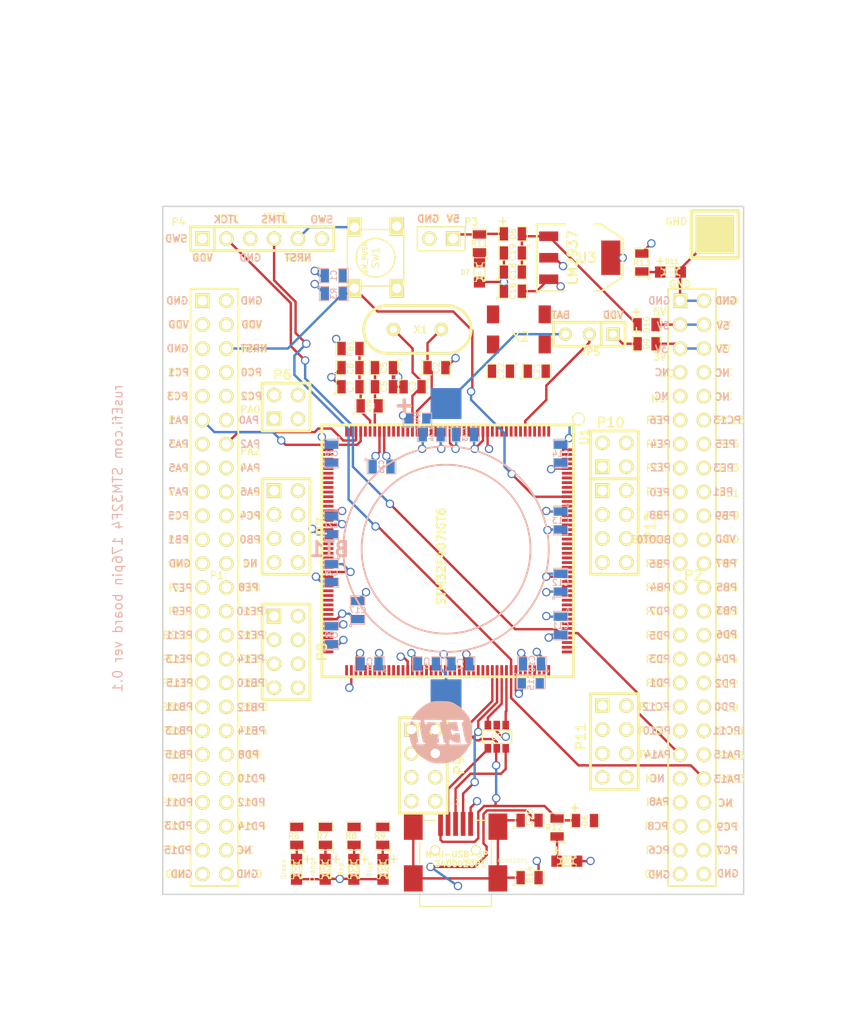
<source format=kicad_pcb>
(kicad_pcb (version 3) (host pcbnew "(2013-07-07 BZR 4022)-stable")
  (title_block (comment 1 v1.3) (comment 2 Art_Electro) (comment 3 Art_Electro) (comment 4 Art_Electro))
  (layers (15 F.Cu signal) (2 GND power) (1 PWR power) (0 B.Cu signal) (18 B.Paste user) (19 F.Paste user) (20 B.SilkS user) (21 F.SilkS user) (22 B.Mask user) (23 F.Mask user) (28 Edge.Cuts user))
  (net 0 "")
  (net 1 /3.3V)
  (net 2 /5V)
  (net 3 /5Vi)
  (net 4 /BOOT0)
  (net 5 /D+)
  (net 6 /D-)
  (net 7 /NRST)
  (net 8 /PA0)
  (net 9 /PA1)
  (net 10 /PA10)
  (net 11 /PA11)
  (net 12 /PA12)
  (net 13 /PA13)
  (net 14 /PA14)
  (net 15 /PA15)
  (net 16 /PA2)
  (net 17 /PA3)
  (net 18 /PA4)
  (net 19 /PA5)
  (net 20 /PA6)
  (net 21 /PA7)
  (net 22 /PA8)
  (net 23 /PA9)
  (net 24 /PB0)
  (net 25 /PB1)
  (net 26 /PB10)
  (net 27 /PB11)
  (net 28 /PB12)
  (net 29 /PB13)
  (net 30 /PB14)
  (net 31 /PB15)
  (net 32 /PB3)
  (net 33 /PB4)
  (net 34 /PB5)
  (net 35 /PB6)
  (net 36 /PB7)
  (net 37 /PB8)
  (net 38 /PB9)
  (net 39 /PC0)
  (net 40 /PC1)
  (net 41 /PC10)
  (net 42 /PC11)
  (net 43 /PC12)
  (net 44 /PC13)
  (net 45 /PC2)
  (net 46 /PC3)
  (net 47 /PC4)
  (net 48 /PC5)
  (net 49 /PC6)
  (net 50 /PC7)
  (net 51 /PC8)
  (net 52 /PC9)
  (net 53 /PD0)
  (net 54 /PD1)
  (net 55 /PD10)
  (net 56 /PD11)
  (net 57 /PD12)
  (net 58 /PD13)
  (net 59 /PD14)
  (net 60 /PD15)
  (net 61 /PD2)
  (net 62 /PD3)
  (net 63 /PD4)
  (net 64 /PD5)
  (net 65 /PD6)
  (net 66 /PD7)
  (net 67 /PD8)
  (net 68 /PD9)
  (net 69 /PE0)
  (net 70 /PE1)
  (net 71 /PE10)
  (net 72 /PE11)
  (net 73 /PE12)
  (net 74 /PE13)
  (net 75 /PE14)
  (net 76 /PE15)
  (net 77 /PE2)
  (net 78 /PE3)
  (net 79 /PE4)
  (net 80 /PE5)
  (net 81 /PE6)
  (net 82 /PE7)
  (net 83 /PE8)
  (net 84 /PE9)
  (net 85 /PH0)
  (net 86 /PH1)
  (net 87 /VDD)
  (net 88 GND)
  (net 89 N-0000013)
  (net 90 N-0000014)
  (net 91 N-0000015)
  (net 92 N-00000154)
  (net 93 N-00000159)
  (net 94 N-0000016)
  (net 95 N-0000017)
  (net 96 N-0000021)
  (net 97 N-0000030)
  (net 98 N-0000031)
  (net 99 N-0000033)
  (net 100 N-0000038)
  (net 101 N-0000039)
  (net 102 N-0000042)
  (net 103 N-0000046)
  (net 104 N-0000047)
  (net 105 N-0000078)
  (module BATT_CR2032_MPD (layer B.Cu) (at 117.348 119.888 90)
    (fp_text reference BT1 (at 0 -12.4 360) (layer B.SilkS) (effects (font (size 1.524 1.524) (thickness 0.3048)) (justify mirror)))
    (fp_text value BATTERY_CR2032 hide)
    (pad 1 smd rect (at 15.485 0 90) (size 3.29 3.29) (layers B.Cu B.Paste B.Mask) (net 91 N-0000015))
    (pad 2 smd rect (at -15.485 0 90) (size 3.29 3.29) (layers B.Cu B.Paste B.Mask) (net 88 GND))
  )
  (module SM0805 (layer B.Cu) (at 105.41 90.805)
    (fp_text reference C1 (at 0 0 270) (layer B.SilkS) (effects (font (size 0.635 0.635) (thickness 0.10922)) (justify mirror)))
    (fp_text value 0.02uF hide)
    (pad 1 smd rect (at -0.9525 0) (size 0.889 1.397) (layers B.Cu B.Paste B.Mask) (net 88 GND))
    (pad 2 smd rect (at 0.9525 0) (size 0.889 1.397) (layers B.Cu B.Paste B.Mask) (net 7 /NRST))
  )
  (module SM0805 (layer F.Cu) (at 116.332 100.584)
    (fp_text reference C2 (at 0 0 90) (layer F.SilkS) (effects (font (size 0.635 0.635) (thickness 0.10922))))
    (fp_text value 18pF hide)
    (pad 1 smd rect (at -0.9525 0) (size 0.889 1.397) (layers F.Cu F.Paste F.Mask) (net 85 /PH0))
    (pad 2 smd rect (at 0.9525 0) (size 0.889 1.397) (layers F.Cu F.Paste F.Mask) (net 88 GND))
  )
  (module SM0805 (layer F.Cu) (at 113.792 102.616 180)
    (fp_text reference C3 (at 0 0 270) (layer F.SilkS) (effects (font (size 0.635 0.635) (thickness 0.10922))))
    (fp_text value 18pF hide)
    (pad 1 smd rect (at -0.9525 0 180) (size 0.889 1.397) (layers F.Cu F.Paste F.Mask) (net 86 /PH1))
    (pad 2 smd rect (at 0.9525 0 180) (size 0.889 1.397) (layers F.Cu F.Paste F.Mask) (net 88 GND))
  )
  (module SM0805 (layer F.Cu) (at 110.744 100.584 180)
    (fp_text reference C5 (at 0 0 270) (layer F.SilkS) (effects (font (size 0.635 0.635) (thickness 0.10922))))
    (fp_text value 0.01uF hide)
    (pad 1 smd rect (at -0.9525 0 180) (size 0.889 1.397) (layers F.Cu F.Paste F.Mask) (net 88 GND))
    (pad 2 smd rect (at 0.9525 0 180) (size 0.889 1.397) (layers F.Cu F.Paste F.Mask) (net 98 N-0000031))
  )
  (module SM0805 (layer F.Cu) (at 110.744 102.616 180)
    (fp_text reference C6 (at 0 0 270) (layer F.SilkS) (effects (font (size 0.635 0.635) (thickness 0.10922))))
    (fp_text value 1uF hide)
    (pad 1 smd rect (at -0.9525 0 180) (size 0.889 1.397) (layers F.Cu F.Paste F.Mask) (net 88 GND))
    (pad 2 smd rect (at 0.9525 0 180) (size 0.889 1.397) (layers F.Cu F.Paste F.Mask) (net 98 N-0000031))
  )
  (module SM0805 (layer F.Cu) (at 107.188 102.616)
    (fp_text reference C7 (at 0 0 90) (layer F.SilkS) (effects (font (size 0.635 0.635) (thickness 0.10922))))
    (fp_text value 1uF hide)
    (pad 1 smd rect (at -0.9525 0) (size 0.889 1.397) (layers F.Cu F.Paste F.Mask) (net 88 GND))
    (pad 2 smd rect (at 0.9525 0) (size 0.889 1.397) (layers F.Cu F.Paste F.Mask) (net 105 N-0000078))
  )
  (module SM0805 (layer F.Cu) (at 107.188 100.584)
    (fp_text reference C8 (at 0 0.127 90) (layer F.SilkS) (effects (font (size 0.635 0.635) (thickness 0.10922))))
    (fp_text value 0.01uF hide)
    (pad 1 smd rect (at -0.9525 0) (size 0.889 1.397) (layers F.Cu F.Paste F.Mask) (net 88 GND))
    (pad 2 smd rect (at 0.9525 0) (size 0.889 1.397) (layers F.Cu F.Paste F.Mask) (net 105 N-0000078))
  )
  (module SM0805 (layer B.Cu) (at 118.872 132.08)
    (fp_text reference C9 (at 0 0 90) (layer B.SilkS) (effects (font (size 0.635 0.635) (thickness 0.10922)) (justify mirror)))
    (fp_text value 0.1uF hide)
    (pad 1 smd rect (at -0.9525 0) (size 0.889 1.397) (layers B.Cu B.Paste B.Mask) (net 88 GND))
    (pad 2 smd rect (at 0.9525 0) (size 0.889 1.397) (layers B.Cu B.Paste B.Mask) (net 87 /VDD))
  )
  (module SM0805 (layer B.Cu) (at 126.492 132.08 180)
    (fp_text reference C10 (at 0 0 450) (layer B.SilkS) (effects (font (size 0.635 0.635) (thickness 0.10922)) (justify mirror)))
    (fp_text value 0.1uF hide)
    (pad 1 smd rect (at -0.9525 0 180) (size 0.889 1.397) (layers B.Cu B.Paste B.Mask) (net 88 GND))
    (pad 2 smd rect (at 0.9525 0 180) (size 0.889 1.397) (layers B.Cu B.Paste B.Mask) (net 87 /VDD))
  )
  (module SM0805 (layer B.Cu) (at 129.54 128.016 270)
    (fp_text reference C11 (at 0 0 540) (layer B.SilkS) (effects (font (size 0.635 0.635) (thickness 0.10922)) (justify mirror)))
    (fp_text value 0.1uF hide)
    (pad 1 smd rect (at -0.9525 0 270) (size 0.889 1.397) (layers B.Cu B.Paste B.Mask) (net 88 GND))
    (pad 2 smd rect (at 0.9525 0 270) (size 0.889 1.397) (layers B.Cu B.Paste B.Mask) (net 87 /VDD))
  )
  (module SM0805 (layer B.Cu) (at 129.54 123.444 90)
    (fp_text reference C12 (at 0 0 180) (layer B.SilkS) (effects (font (size 0.635 0.635) (thickness 0.10922)) (justify mirror)))
    (fp_text value 0.1uF hide)
    (pad 1 smd rect (at -0.9525 0 90) (size 0.889 1.397) (layers B.Cu B.Paste B.Mask) (net 88 GND))
    (pad 2 smd rect (at 0.9525 0 90) (size 0.889 1.397) (layers B.Cu B.Paste B.Mask) (net 87 /VDD))
  )
  (module SM0805 (layer B.Cu) (at 129.54 116.84 270)
    (fp_text reference C13 (at 0 0 540) (layer B.SilkS) (effects (font (size 0.635 0.635) (thickness 0.10922)) (justify mirror)))
    (fp_text value 0.1uF hide)
    (pad 1 smd rect (at -0.9525 0 270) (size 0.889 1.397) (layers B.Cu B.Paste B.Mask) (net 88 GND))
    (pad 2 smd rect (at 0.9525 0 270) (size 0.889 1.397) (layers B.Cu B.Paste B.Mask) (net 87 /VDD))
  )
  (module SM0805 (layer B.Cu) (at 129.54 109.728 270)
    (fp_text reference C14 (at 0 0 540) (layer B.SilkS) (effects (font (size 0.635 0.635) (thickness 0.10922)) (justify mirror)))
    (fp_text value 0.1uF hide)
    (pad 1 smd rect (at -0.9525 0 270) (size 0.889 1.397) (layers B.Cu B.Paste B.Mask) (net 88 GND))
    (pad 2 smd rect (at 0.9525 0 270) (size 0.889 1.397) (layers B.Cu B.Paste B.Mask) (net 87 /VDD))
  )
  (module SM0805 (layer B.Cu) (at 126.365 133.985)
    (fp_text reference C15 (at 0.0254 0 270) (layer B.SilkS) (effects (font (size 0.635 0.635) (thickness 0.10922)) (justify mirror)))
    (fp_text value 2u2F hide)
    (pad 1 smd rect (at -0.9525 0) (size 0.889 1.397) (layers B.Cu B.Paste B.Mask) (net 92 N-00000154))
    (pad 2 smd rect (at 0.9525 0) (size 0.889 1.397) (layers B.Cu B.Paste B.Mask) (net 88 GND))
  )
  (module SM0805 (layer F.Cu) (at 124.46 92.456)
    (fp_text reference C16 (at 0 0 270) (layer F.SilkS) (effects (font (size 0.635 0.635) (thickness 0.10922))))
    (fp_text value 1uF hide)
    (pad 1 smd rect (at -0.9525 0) (size 0.889 1.397) (layers F.Cu F.Paste F.Mask) (net 88 GND))
    (pad 2 smd rect (at 0.9525 0) (size 0.889 1.397) (layers F.Cu F.Paste F.Mask) (net 87 /VDD))
  )
  (module SM0805 (layer B.Cu) (at 107.95 126.365 90)
    (fp_text reference C17 (at 0 0 360) (layer B.SilkS) (effects (font (size 0.635 0.635) (thickness 0.10922)) (justify mirror)))
    (fp_text value 2u2F hide)
    (pad 1 smd rect (at -0.9525 0 90) (size 0.889 1.397) (layers B.Cu B.Paste B.Mask) (net 93 N-00000159))
    (pad 2 smd rect (at 0.9525 0 90) (size 0.889 1.397) (layers B.Cu B.Paste B.Mask) (net 88 GND))
  )
  (module SM0805 (layer F.Cu) (at 124.46 90.424)
    (fp_text reference C18 (at 0 -0.0508 90) (layer F.SilkS) (effects (font (size 0.635 0.635) (thickness 0.10922))))
    (fp_text value 0.1uF hide)
    (pad 1 smd rect (at -0.9525 0) (size 0.889 1.397) (layers F.Cu F.Paste F.Mask) (net 88 GND))
    (pad 2 smd rect (at 0.9525 0) (size 0.889 1.397) (layers F.Cu F.Paste F.Mask) (net 3 /5Vi))
  )
  (module SM0805 (layer F.Cu) (at 124.46 88.392 180)
    (fp_text reference C19 (at 0 0.0762 270) (layer F.SilkS) (effects (font (size 0.635 0.635) (thickness 0.10922))))
    (fp_text value 4.7uF hide)
    (pad 1 smd rect (at -0.9525 0 180) (size 0.889 1.397) (layers F.Cu F.Paste F.Mask) (net 3 /5Vi))
    (pad 2 smd rect (at 0.9525 0 180) (size 0.889 1.397) (layers F.Cu F.Paste F.Mask) (net 88 GND))
  )
  (module LED-0805_A (layer F.Cu) (at 120.904 90.424 270)
    (fp_text reference D7 (at 0 1.524 360) (layer F.SilkS) (effects (font (size 0.50038 0.50038) (thickness 0.1143))))
    (fp_text value LED_0805 hide)
    (pad 1 smd rect (at -1.04902 0 270) (size 1.19888 1.19888) (layers F.Cu F.Paste F.Mask) (net 104 N-0000047))
    (pad 2 smd rect (at 1.04902 0 270) (size 1.19888 1.19888) (layers F.Cu F.Paste F.Mask) (net 88 GND))
  )
  (module SM0805 (layer F.Cu) (at 107.188 98.552 180)
    (fp_text reference FB1 (at 0 0 270) (layer F.SilkS) (effects (font (size 0.635 0.635) (thickness 0.10922))))
    (fp_text value FILTER hide)
    (pad 1 smd rect (at -0.9525 0 180) (size 0.889 1.397) (layers F.Cu F.Paste F.Mask) (net 105 N-0000078))
    (pad 2 smd rect (at 0.9525 0 180) (size 0.889 1.397) (layers F.Cu F.Paste F.Mask) (net 87 /VDD))
  )
  (module SIL-3 (layer F.Cu) (at 132.588 97.028 180)
    (fp_text reference JP5 (at -0.127 -1.905 180) (layer F.SilkS) (effects (font (size 0.762 0.762) (thickness 0.1524))))
    (fp_text value JUMPER3 hide)
    (pad 1 thru_hole rect (at -2.54 0 180) (size 1.397 1.397) (drill 0.8128) (layers *.Cu *.Mask F.SilkS) (net 87 /VDD))
    (pad 2 thru_hole circle (at 0 0 180) (size 1.397 1.397) (drill 0.8128) (layers *.Cu *.Mask F.SilkS) (net 89 N-0000013))
    (pad 3 thru_hole circle (at 2.54 0 180) (size 1.397 1.397) (drill 0.8128) (layers *.Cu *.Mask F.SilkS) (net 91 N-0000015))
  )
  (module PIN_ARRAY_25x2_A (layer F.Cu) (at 92.71 123.952 270)
    (fp_text reference P1 (at -1.27 -0.254 360) (layer F.SilkS) (effects (font (size 0.762 0.762) (thickness 0.1524))))
    (fp_text value CONN_25X2 hide)
    (pad 1 thru_hole rect (at -30.48 1.27 270) (size 1.524 1.524) (drill 1.016) (layers *.Cu *.Mask F.SilkS) (net 88 GND))
    (pad 2 thru_hole circle (at -30.48 -1.27 270) (size 1.524 1.524) (drill 1.016) (layers *.Cu *.Mask F.SilkS) (net 88 GND))
    (pad 3 thru_hole circle (at -27.94 1.27 270) (size 1.524 1.524) (drill 1.016) (layers *.Cu *.Mask F.SilkS) (net 87 /VDD))
    (pad 4 thru_hole circle (at -27.94 -1.27 270) (size 1.524 1.524) (drill 1.016) (layers *.Cu *.Mask F.SilkS) (net 87 /VDD))
    (pad 5 thru_hole circle (at -25.4 1.27 270) (size 1.524 1.524) (drill 1.016) (layers *.Cu *.Mask F.SilkS) (net 88 GND))
    (pad 6 thru_hole circle (at -25.4 -1.27 270) (size 1.524 1.524) (drill 1.016) (layers *.Cu *.Mask F.SilkS) (net 7 /NRST))
    (pad 7 thru_hole circle (at -22.86 1.27 270) (size 1.524 1.524) (drill 1.016) (layers *.Cu *.Mask F.SilkS) (net 40 /PC1))
    (pad 8 thru_hole circle (at -22.86 -1.27 270) (size 1.524 1.524) (drill 1.016) (layers *.Cu *.Mask F.SilkS) (net 39 /PC0))
    (pad 9 thru_hole circle (at -20.32 1.27 270) (size 1.524 1.524) (drill 1.016) (layers *.Cu *.Mask F.SilkS) (net 46 /PC3))
    (pad 10 thru_hole circle (at -20.32 -1.27 270) (size 1.524 1.524) (drill 1.016) (layers *.Cu *.Mask F.SilkS) (net 45 /PC2))
    (pad 11 thru_hole circle (at -17.78 1.27 270) (size 1.524 1.524) (drill 1.016) (layers *.Cu *.Mask F.SilkS) (net 9 /PA1))
    (pad 12 thru_hole circle (at -17.78 -1.27 270) (size 1.524 1.524) (drill 1.016) (layers *.Cu *.Mask F.SilkS) (net 8 /PA0))
    (pad 13 thru_hole circle (at -15.24 1.27 270) (size 1.524 1.524) (drill 1.016) (layers *.Cu *.Mask F.SilkS) (net 17 /PA3))
    (pad 14 thru_hole circle (at -15.24 -1.27 270) (size 1.524 1.524) (drill 1.016) (layers *.Cu *.Mask F.SilkS) (net 16 /PA2))
    (pad 15 thru_hole circle (at -12.7 1.27 270) (size 1.524 1.524) (drill 1.016) (layers *.Cu *.Mask F.SilkS) (net 19 /PA5))
    (pad 16 thru_hole circle (at -12.7 -1.27 270) (size 1.524 1.524) (drill 1.016) (layers *.Cu *.Mask F.SilkS) (net 18 /PA4))
    (pad 17 thru_hole circle (at -10.16 1.27 270) (size 1.524 1.524) (drill 1.016) (layers *.Cu *.Mask F.SilkS) (net 21 /PA7))
    (pad 18 thru_hole circle (at -10.16 -1.27 270) (size 1.524 1.524) (drill 1.016) (layers *.Cu *.Mask F.SilkS) (net 20 /PA6))
    (pad 19 thru_hole circle (at -7.62 1.27 270) (size 1.524 1.524) (drill 1.016) (layers *.Cu *.Mask F.SilkS) (net 48 /PC5))
    (pad 20 thru_hole circle (at -7.62 -1.27 270) (size 1.524 1.524) (drill 1.016) (layers *.Cu *.Mask F.SilkS) (net 47 /PC4))
    (pad 21 thru_hole circle (at -5.08 1.27 270) (size 1.524 1.524) (drill 1.016) (layers *.Cu *.Mask F.SilkS) (net 25 /PB1))
    (pad 22 thru_hole circle (at -5.08 -1.27 270) (size 1.524 1.524) (drill 1.016) (layers *.Cu *.Mask F.SilkS) (net 24 /PB0))
    (pad 23 thru_hole circle (at -2.54 1.27 270) (size 1.524 1.524) (drill 1.016) (layers *.Cu *.Mask F.SilkS) (net 88 GND))
    (pad 24 thru_hole circle (at -2.54 -1.27 270) (size 1.524 1.524) (drill 1.016) (layers *.Cu *.Mask F.SilkS))
    (pad 25 thru_hole circle (at 0 1.27 270) (size 1.524 1.524) (drill 1.016) (layers *.Cu *.Mask F.SilkS) (net 82 /PE7))
    (pad 26 thru_hole circle (at 0 -1.27 270) (size 1.524 1.524) (drill 1.016) (layers *.Cu *.Mask F.SilkS) (net 83 /PE8))
    (pad 27 thru_hole circle (at 2.54 1.27 270) (size 1.524 1.524) (drill 1.016) (layers *.Cu *.Mask F.SilkS) (net 84 /PE9))
    (pad 28 thru_hole circle (at 2.54 -1.27 270) (size 1.524 1.524) (drill 1.016) (layers *.Cu *.Mask F.SilkS) (net 71 /PE10))
    (pad 29 thru_hole circle (at 5.08 1.27 270) (size 1.524 1.524) (drill 1.016) (layers *.Cu *.Mask F.SilkS) (net 72 /PE11))
    (pad 30 thru_hole circle (at 5.08 -1.27 270) (size 1.524 1.524) (drill 1.016) (layers *.Cu *.Mask F.SilkS) (net 73 /PE12))
    (pad 31 thru_hole circle (at 7.62 1.27 270) (size 1.524 1.524) (drill 1.016) (layers *.Cu *.Mask F.SilkS) (net 74 /PE13))
    (pad 32 thru_hole circle (at 7.62 -1.27 270) (size 1.524 1.524) (drill 1.016) (layers *.Cu *.Mask F.SilkS) (net 75 /PE14))
    (pad 33 thru_hole circle (at 10.16 1.27 270) (size 1.524 1.524) (drill 1.016) (layers *.Cu *.Mask F.SilkS) (net 76 /PE15))
    (pad 34 thru_hole circle (at 10.16 -1.27 270) (size 1.524 1.524) (drill 1.016) (layers *.Cu *.Mask F.SilkS) (net 26 /PB10))
    (pad 35 thru_hole circle (at 12.7 1.27 270) (size 1.524 1.524) (drill 1.016) (layers *.Cu *.Mask F.SilkS) (net 27 /PB11))
    (pad 36 thru_hole circle (at 12.7 -1.27 270) (size 1.524 1.524) (drill 1.016) (layers *.Cu *.Mask F.SilkS) (net 28 /PB12))
    (pad 37 thru_hole circle (at 15.24 1.27 270) (size 1.524 1.524) (drill 1.016) (layers *.Cu *.Mask F.SilkS) (net 29 /PB13))
    (pad 38 thru_hole circle (at 15.24 -1.27 270) (size 1.524 1.524) (drill 1.016) (layers *.Cu *.Mask F.SilkS) (net 30 /PB14))
    (pad 39 thru_hole circle (at 17.78 1.27 270) (size 1.524 1.524) (drill 1.016) (layers *.Cu *.Mask F.SilkS) (net 31 /PB15))
    (pad 40 thru_hole circle (at 17.78 -1.27 270) (size 1.524 1.524) (drill 1.016) (layers *.Cu *.Mask F.SilkS) (net 67 /PD8))
    (pad 41 thru_hole circle (at 20.32 1.27 270) (size 1.524 1.524) (drill 1.016) (layers *.Cu *.Mask F.SilkS) (net 68 /PD9))
    (pad 42 thru_hole circle (at 20.32 -1.27 270) (size 1.524 1.524) (drill 1.016) (layers *.Cu *.Mask F.SilkS) (net 55 /PD10))
    (pad 43 thru_hole circle (at 22.86 1.27 270) (size 1.524 1.524) (drill 1.016) (layers *.Cu *.Mask F.SilkS) (net 56 /PD11))
    (pad 44 thru_hole circle (at 22.86 -1.27 270) (size 1.524 1.524) (drill 1.016) (layers *.Cu *.Mask F.SilkS) (net 57 /PD12))
    (pad 45 thru_hole circle (at 25.4 1.27 270) (size 1.524 1.524) (drill 1.016) (layers *.Cu *.Mask F.SilkS) (net 58 /PD13))
    (pad 46 thru_hole circle (at 25.4 -1.27 270) (size 1.524 1.524) (drill 1.016) (layers *.Cu *.Mask F.SilkS) (net 59 /PD14))
    (pad 47 thru_hole circle (at 27.94 1.27 270) (size 1.524 1.524) (drill 1.016) (layers *.Cu *.Mask F.SilkS) (net 60 /PD15))
    (pad 48 thru_hole circle (at 27.94 -1.27 270) (size 1.524 1.524) (drill 1.016) (layers *.Cu *.Mask F.SilkS))
    (pad 49 thru_hole circle (at 30.48 1.27 270) (size 1.524 1.524) (drill 1.016) (layers *.Cu *.Mask F.SilkS) (net 88 GND))
    (pad 50 thru_hole circle (at 30.48 -1.27 270) (size 1.524 1.524) (drill 1.016) (layers *.Cu *.Mask F.SilkS) (net 88 GND))
  )
  (module PIN_ARRAY_25x2_A (layer F.Cu) (at 143.51 123.952 270)
    (fp_text reference P2 (at -1.27 -0.127 360) (layer F.SilkS) (effects (font (size 1.016 1.016) (thickness 0.2032))))
    (fp_text value CONN_25X2 hide)
    (pad 1 thru_hole rect (at -30.48 1.27 270) (size 1.524 1.524) (drill 1.016) (layers *.Cu *.Mask F.SilkS) (net 88 GND))
    (pad 2 thru_hole circle (at -30.48 -1.27 270) (size 1.524 1.524) (drill 1.016) (layers *.Cu *.Mask F.SilkS) (net 88 GND))
    (pad 3 thru_hole circle (at -27.94 1.27 270) (size 1.524 1.524) (drill 1.016) (layers *.Cu *.Mask F.SilkS) (net 2 /5V))
    (pad 4 thru_hole circle (at -27.94 -1.27 270) (size 1.524 1.524) (drill 1.016) (layers *.Cu *.Mask F.SilkS) (net 2 /5V))
    (pad 5 thru_hole circle (at -25.4 1.27 270) (size 1.524 1.524) (drill 1.016) (layers *.Cu *.Mask F.SilkS) (net 1 /3.3V))
    (pad 6 thru_hole circle (at -25.4 -1.27 270) (size 1.524 1.524) (drill 1.016) (layers *.Cu *.Mask F.SilkS) (net 1 /3.3V))
    (pad 7 thru_hole circle (at -22.86 1.27 270) (size 1.524 1.524) (drill 1.016) (layers *.Cu *.Mask F.SilkS))
    (pad 8 thru_hole circle (at -22.86 -1.27 270) (size 1.524 1.524) (drill 1.016) (layers *.Cu *.Mask F.SilkS))
    (pad 9 thru_hole circle (at -20.32 1.27 270) (size 1.524 1.524) (drill 1.016) (layers *.Cu *.Mask F.SilkS))
    (pad 10 thru_hole circle (at -20.32 -1.27 270) (size 1.524 1.524) (drill 1.016) (layers *.Cu *.Mask F.SilkS))
    (pad 11 thru_hole circle (at -17.78 1.27 270) (size 1.524 1.524) (drill 1.016) (layers *.Cu *.Mask F.SilkS) (net 81 /PE6))
    (pad 12 thru_hole circle (at -17.78 -1.27 270) (size 1.524 1.524) (drill 1.016) (layers *.Cu *.Mask F.SilkS) (net 44 /PC13))
    (pad 13 thru_hole circle (at -15.24 1.27 270) (size 1.524 1.524) (drill 1.016) (layers *.Cu *.Mask F.SilkS) (net 79 /PE4))
    (pad 14 thru_hole circle (at -15.24 -1.27 270) (size 1.524 1.524) (drill 1.016) (layers *.Cu *.Mask F.SilkS) (net 80 /PE5))
    (pad 15 thru_hole circle (at -12.7 1.27 270) (size 1.524 1.524) (drill 1.016) (layers *.Cu *.Mask F.SilkS) (net 77 /PE2))
    (pad 16 thru_hole circle (at -12.7 -1.27 270) (size 1.524 1.524) (drill 1.016) (layers *.Cu *.Mask F.SilkS) (net 78 /PE3))
    (pad 17 thru_hole circle (at -10.16 1.27 270) (size 1.524 1.524) (drill 1.016) (layers *.Cu *.Mask F.SilkS) (net 69 /PE0))
    (pad 18 thru_hole circle (at -10.16 -1.27 270) (size 1.524 1.524) (drill 1.016) (layers *.Cu *.Mask F.SilkS) (net 70 /PE1))
    (pad 19 thru_hole circle (at -7.62 1.27 270) (size 1.524 1.524) (drill 1.016) (layers *.Cu *.Mask F.SilkS) (net 37 /PB8))
    (pad 20 thru_hole circle (at -7.62 -1.27 270) (size 1.524 1.524) (drill 1.016) (layers *.Cu *.Mask F.SilkS) (net 38 /PB9))
    (pad 21 thru_hole circle (at -5.08 1.27 270) (size 1.524 1.524) (drill 1.016) (layers *.Cu *.Mask F.SilkS) (net 4 /BOOT0))
    (pad 22 thru_hole circle (at -5.08 -1.27 270) (size 1.524 1.524) (drill 1.016) (layers *.Cu *.Mask F.SilkS) (net 87 /VDD))
    (pad 23 thru_hole circle (at -2.54 1.27 270) (size 1.524 1.524) (drill 1.016) (layers *.Cu *.Mask F.SilkS) (net 35 /PB6))
    (pad 24 thru_hole circle (at -2.54 -1.27 270) (size 1.524 1.524) (drill 1.016) (layers *.Cu *.Mask F.SilkS) (net 36 /PB7))
    (pad 25 thru_hole circle (at 0 1.27 270) (size 1.524 1.524) (drill 1.016) (layers *.Cu *.Mask F.SilkS) (net 33 /PB4))
    (pad 26 thru_hole circle (at 0 -1.27 270) (size 1.524 1.524) (drill 1.016) (layers *.Cu *.Mask F.SilkS) (net 34 /PB5))
    (pad 27 thru_hole circle (at 2.54 1.27 270) (size 1.524 1.524) (drill 1.016) (layers *.Cu *.Mask F.SilkS) (net 66 /PD7))
    (pad 28 thru_hole circle (at 2.54 -1.27 270) (size 1.524 1.524) (drill 1.016) (layers *.Cu *.Mask F.SilkS) (net 32 /PB3))
    (pad 29 thru_hole circle (at 5.08 1.27 270) (size 1.524 1.524) (drill 1.016) (layers *.Cu *.Mask F.SilkS) (net 64 /PD5))
    (pad 30 thru_hole circle (at 5.08 -1.27 270) (size 1.524 1.524) (drill 1.016) (layers *.Cu *.Mask F.SilkS) (net 65 /PD6))
    (pad 31 thru_hole circle (at 7.62 1.27 270) (size 1.524 1.524) (drill 1.016) (layers *.Cu *.Mask F.SilkS) (net 62 /PD3))
    (pad 32 thru_hole circle (at 7.62 -1.27 270) (size 1.524 1.524) (drill 1.016) (layers *.Cu *.Mask F.SilkS) (net 63 /PD4))
    (pad 33 thru_hole circle (at 10.16 1.27 270) (size 1.524 1.524) (drill 1.016) (layers *.Cu *.Mask F.SilkS) (net 54 /PD1))
    (pad 34 thru_hole circle (at 10.16 -1.27 270) (size 1.524 1.524) (drill 1.016) (layers *.Cu *.Mask F.SilkS) (net 61 /PD2))
    (pad 35 thru_hole circle (at 12.7 1.27 270) (size 1.524 1.524) (drill 1.016) (layers *.Cu *.Mask F.SilkS) (net 43 /PC12))
    (pad 36 thru_hole circle (at 12.7 -1.27 270) (size 1.524 1.524) (drill 1.016) (layers *.Cu *.Mask F.SilkS) (net 53 /PD0))
    (pad 37 thru_hole circle (at 15.24 1.27 270) (size 1.524 1.524) (drill 1.016) (layers *.Cu *.Mask F.SilkS) (net 41 /PC10))
    (pad 38 thru_hole circle (at 15.24 -1.27 270) (size 1.524 1.524) (drill 1.016) (layers *.Cu *.Mask F.SilkS) (net 42 /PC11))
    (pad 39 thru_hole circle (at 17.78 1.27 270) (size 1.524 1.524) (drill 1.016) (layers *.Cu *.Mask F.SilkS) (net 14 /PA14))
    (pad 40 thru_hole circle (at 17.78 -1.27 270) (size 1.524 1.524) (drill 1.016) (layers *.Cu *.Mask F.SilkS) (net 15 /PA15))
    (pad 41 thru_hole circle (at 20.32 1.27 270) (size 1.524 1.524) (drill 1.016) (layers *.Cu *.Mask F.SilkS))
    (pad 42 thru_hole circle (at 20.32 -1.27 270) (size 1.524 1.524) (drill 1.016) (layers *.Cu *.Mask F.SilkS) (net 13 /PA13))
    (pad 43 thru_hole circle (at 22.86 1.27 270) (size 1.524 1.524) (drill 1.016) (layers *.Cu *.Mask F.SilkS) (net 22 /PA8))
    (pad 44 thru_hole circle (at 22.86 -1.27 270) (size 1.524 1.524) (drill 1.016) (layers *.Cu *.Mask F.SilkS))
    (pad 45 thru_hole circle (at 25.4 1.27 270) (size 1.524 1.524) (drill 1.016) (layers *.Cu *.Mask F.SilkS) (net 51 /PC8))
    (pad 46 thru_hole circle (at 25.4 -1.27 270) (size 1.524 1.524) (drill 1.016) (layers *.Cu *.Mask F.SilkS) (net 52 /PC9))
    (pad 47 thru_hole circle (at 27.94 1.27 270) (size 1.524 1.524) (drill 1.016) (layers *.Cu *.Mask F.SilkS) (net 49 /PC6))
    (pad 48 thru_hole circle (at 27.94 -1.27 270) (size 1.524 1.524) (drill 1.016) (layers *.Cu *.Mask F.SilkS) (net 50 /PC7))
    (pad 49 thru_hole circle (at 30.48 1.27 270) (size 1.524 1.524) (drill 1.016) (layers *.Cu *.Mask F.SilkS) (net 88 GND))
    (pad 50 thru_hole circle (at 30.48 -1.27 270) (size 1.524 1.524) (drill 1.016) (layers *.Cu *.Mask F.SilkS) (net 88 GND))
  )
  (module PIN_ARRAY_2_A (layer F.Cu) (at 116.84 86.868 180)
    (fp_text reference P3 (at -3.175 1.778 360) (layer F.SilkS) (effects (font (size 0.762 0.762) (thickness 0.1524))))
    (fp_text value CONN_2 hide)
    (pad 1 thru_hole rect (at -1.27 0 180) (size 1.524 1.524) (drill 1.016) (layers *.Cu *.Mask F.SilkS) (net 90 N-0000014))
    (pad 2 thru_hole circle (at 1.27 0 180) (size 1.524 1.524) (drill 1.016) (layers *.Cu *.Mask F.SilkS) (net 88 GND))
  )
  (module PIN_ARRAY-6X1 (layer F.Cu) (at 97.79 86.868)
    (fp_text reference P4 (at -8.89 -1.778) (layer F.SilkS) (effects (font (size 0.762 0.762) (thickness 0.1524))))
    (fp_text value CONN_6 hide)
    (pad 1 thru_hole rect (at -6.35 0) (size 1.524 1.524) (drill 1.016) (layers *.Cu *.Mask F.SilkS) (net 87 /VDD))
    (pad 2 thru_hole circle (at -3.81 0) (size 1.524 1.524) (drill 1.016) (layers *.Cu *.Mask F.SilkS) (net 14 /PA14))
    (pad 3 thru_hole circle (at -1.27 0) (size 1.524 1.524) (drill 1.016) (layers *.Cu *.Mask F.SilkS) (net 88 GND))
    (pad 4 thru_hole circle (at 1.27 0) (size 1.524 1.524) (drill 1.016) (layers *.Cu *.Mask F.SilkS) (net 13 /PA13))
    (pad 5 thru_hole circle (at 3.81 0) (size 1.524 1.524) (drill 1.016) (layers *.Cu *.Mask F.SilkS) (net 7 /NRST))
    (pad 6 thru_hole circle (at 6.35 0) (size 1.524 1.524) (drill 1.016) (layers *.Cu *.Mask F.SilkS) (net 32 /PB3))
  )
  (module SM0805 (layer B.Cu) (at 105.41 92.71)
    (fp_text reference R3 (at 0 0 270) (layer B.SilkS) (effects (font (size 0.635 0.635) (thickness 0.10922)) (justify mirror)))
    (fp_text value 10k hide)
    (pad 1 smd rect (at -0.9525 0) (size 0.889 1.397) (layers B.Cu B.Paste B.Mask) (net 87 /VDD))
    (pad 2 smd rect (at 0.9525 0) (size 0.889 1.397) (layers B.Cu B.Paste B.Mask) (net 7 /NRST))
  )
  (module SM0805 (layer B.Cu) (at 114.3 106.172 180)
    (fp_text reference R4 (at 0 0.3175 450) (layer B.SilkS) (effects (font (size 0.635 0.635) (thickness 0.10922)) (justify mirror)))
    (fp_text value 10k hide)
    (pad 1 smd rect (at -0.9525 0 180) (size 0.889 1.397) (layers B.Cu B.Paste B.Mask) (net 88 GND))
    (pad 2 smd rect (at 0.9525 0 180) (size 0.889 1.397) (layers B.Cu B.Paste B.Mask) (net 4 /BOOT0))
  )
  (module SM0805 (layer F.Cu) (at 101.473 150.368 90)
    (fp_text reference R6 (at 0 -0.3175 360) (layer F.SilkS) (effects (font (size 0.635 0.635) (thickness 0.10922))))
    (fp_text value 680R hide)
    (pad 1 smd rect (at -0.9525 0 90) (size 0.889 1.397) (layers F.Cu F.Paste F.Mask) (net 97 N-0000030))
    (pad 2 smd rect (at 0.9525 0 90) (size 0.889 1.397) (layers F.Cu F.Paste F.Mask) (net 55 /PD10))
  )
  (module SM0805 (layer F.Cu) (at 104.521 150.368 90)
    (fp_text reference R7 (at 0 -0.3175 360) (layer F.SilkS) (effects (font (size 0.635 0.635) (thickness 0.10922))))
    (fp_text value 680R hide)
    (pad 1 smd rect (at -0.9525 0 90) (size 0.889 1.397) (layers F.Cu F.Paste F.Mask) (net 96 N-0000021))
    (pad 2 smd rect (at 0.9525 0 90) (size 0.889 1.397) (layers F.Cu F.Paste F.Mask) (net 58 /PD13))
  )
  (module SM0805 (layer F.Cu) (at 107.569 150.368 90)
    (fp_text reference R8 (at 0 -0.3175 360) (layer F.SilkS) (effects (font (size 0.635 0.635) (thickness 0.10922))))
    (fp_text value 680R hide)
    (pad 1 smd rect (at -0.9525 0 90) (size 0.889 1.397) (layers F.Cu F.Paste F.Mask) (net 95 N-0000017))
    (pad 2 smd rect (at 0.9525 0 90) (size 0.889 1.397) (layers F.Cu F.Paste F.Mask) (net 59 /PD14))
  )
  (module SM0805 (layer F.Cu) (at 110.617 150.368 90)
    (fp_text reference R9 (at 0 -0.3175 360) (layer F.SilkS) (effects (font (size 0.635 0.635) (thickness 0.10922))))
    (fp_text value 680R hide)
    (pad 1 smd rect (at -0.9525 0 90) (size 0.889 1.397) (layers F.Cu F.Paste F.Mask) (net 94 N-0000016))
    (pad 2 smd rect (at 0.9525 0 90) (size 0.889 1.397) (layers F.Cu F.Paste F.Mask) (net 60 /PD15))
  )
  (module SM0805 (layer F.Cu) (at 109.22 104.648)
    (fp_text reference R10 hide)
    (fp_text value 47R (at 0 0 90) (layer F.SilkS) (effects (font (size 0.50038 0.50038) (thickness 0.10922))))
    (pad 1 smd rect (at -0.9525 0) (size 0.889 1.397) (layers F.Cu F.Paste F.Mask) (net 105 N-0000078))
    (pad 2 smd rect (at 0.9525 0) (size 0.889 1.397) (layers F.Cu F.Paste F.Mask) (net 98 N-0000031))
  )
  (module SM0805 (layer F.Cu) (at 120.904 87.376 90)
    (fp_text reference R11 (at 0 0 360) (layer F.SilkS) (effects (font (size 0.635 0.635) (thickness 0.10922))))
    (fp_text value 1k hide)
    (pad 1 smd rect (at -0.9525 0 90) (size 0.889 1.397) (layers F.Cu F.Paste F.Mask) (net 104 N-0000047))
    (pad 2 smd rect (at 0.9525 0 90) (size 0.889 1.397) (layers F.Cu F.Paste F.Mask) (net 90 N-0000014))
  )
  (module SM0805 (layer F.Cu) (at 129.159 149.479 90)
    (fp_text reference R12 (at 0 -0.3175 360) (layer F.SilkS) (effects (font (size 0.635 0.635) (thickness 0.10922))))
    (fp_text value 1k hide)
    (pad 1 smd rect (at -0.9525 0 90) (size 0.889 1.397) (layers F.Cu F.Paste F.Mask) (net 103 N-0000046))
    (pad 2 smd rect (at 0.9525 0 90) (size 0.889 1.397) (layers F.Cu F.Paste F.Mask) (net 23 /PA9))
  )
  (module SM0805 (layer F.Cu) (at 138.176 89.408 90)
    (fp_text reference R13 (at 0 0 180) (layer F.SilkS) (effects (font (size 0.635 0.635) (thickness 0.10922))))
    (fp_text value 1k hide)
    (pad 1 smd rect (at -0.9525 0 90) (size 0.889 1.397) (layers F.Cu F.Paste F.Mask) (net 102 N-0000042))
    (pad 2 smd rect (at 0.9525 0 90) (size 0.889 1.397) (layers F.Cu F.Paste F.Mask) (net 87 /VDD))
  )
  (module SOT223 (layer F.Cu) (at 131.572 88.9 270)
    (fp_text reference U3 (at 0 -0.762 360) (layer F.SilkS) (effects (font (size 1.016 1.016) (thickness 0.2032))))
    (fp_text value LM2937 (at 0 0.762 270) (layer F.SilkS) (effects (font (size 1.016 1.016) (thickness 0.2032))))
    (pad 4 smd rect (at 0 -3.302 270) (size 3.6576 2.032) (layers F.Cu F.Paste F.Mask) (net 88 GND))
    (pad 2 smd rect (at 0 3.302 270) (size 1.016 2.032) (layers F.Cu F.Paste F.Mask) (net 88 GND))
    (pad 3 smd rect (at 2.286 3.302 270) (size 1.016 2.032) (layers F.Cu F.Paste F.Mask) (net 87 /VDD))
    (pad 1 smd rect (at -2.286 3.302 270) (size 1.016 2.032) (layers F.Cu F.Paste F.Mask) (net 3 /5Vi))
  )
  (module HC-49V (layer F.Cu) (at 114.3 96.52)
    (fp_text reference X1 (at 0.3302 0.0254) (layer F.SilkS) (effects (font (size 0.762 0.762) (thickness 0.1524))))
    (fp_text value CRYSTAL hide)
    (pad 1 thru_hole circle (at -2.54 0) (size 1.4224 1.4224) (drill 0.762) (layers *.Cu *.Mask F.SilkS) (net 86 /PH1))
    (pad 2 thru_hole circle (at 2.54 0) (size 1.4224 1.4224) (drill 0.762) (layers *.Cu *.Mask F.SilkS) (net 85 /PH0))
  )
  (module SM0805 (layer F.Cu) (at 126.238 148.717)
    (fp_text reference C20 (at 0 -0.3175 90) (layer F.SilkS) (effects (font (size 0.635 0.635) (thickness 0.10922))))
    (fp_text value 0.1uF hide)
    (pad 1 smd rect (at -0.9525 0) (size 0.889 1.397) (layers F.Cu F.Paste F.Mask) (net 99 N-0000033))
    (pad 2 smd rect (at 0.9525 0) (size 0.889 1.397) (layers F.Cu F.Paste F.Mask) (net 88 GND))
  )
  (module SM0805 (layer F.Cu) (at 126.238 154.813)
    (fp_text reference R14 (at 0 -0.3175 90) (layer F.SilkS) (effects (font (size 0.635 0.635) (thickness 0.10922))))
    (fp_text value 100k hide)
    (pad 1 smd rect (at -0.9525 0) (size 0.889 1.397) (layers F.Cu F.Paste F.Mask) (net 99 N-0000033))
    (pad 2 smd rect (at 0.9525 0) (size 0.889 1.397) (layers F.Cu F.Paste F.Mask) (net 88 GND))
  )
  (module SM0805 (layer F.Cu) (at 127 100.965)
    (fp_text reference C21 (at 0 0 270) (layer F.SilkS) (effects (font (size 0.635 0.635) (thickness 0.10922))))
    (fp_text value 18pF hide)
    (pad 1 smd rect (at -0.9525 0) (size 0.889 1.397) (layers F.Cu F.Paste F.Mask) (net 88 GND))
    (pad 2 smd rect (at 0.9525 0) (size 0.889 1.397) (layers F.Cu F.Paste F.Mask) (net 100 N-0000038))
  )
  (module SM0805 (layer F.Cu) (at 123.19 100.965 180)
    (fp_text reference C22 (at 0 0 450) (layer F.SilkS) (effects (font (size 0.635 0.635) (thickness 0.10922))))
    (fp_text value 18pF hide)
    (pad 1 smd rect (at -0.9525 0 180) (size 0.889 1.397) (layers F.Cu F.Paste F.Mask) (net 88 GND))
    (pad 2 smd rect (at 0.9525 0 180) (size 0.889 1.397) (layers F.Cu F.Paste F.Mask) (net 101 N-0000039))
  )
  (module MC-306 (layer F.Cu) (at 125.095 96.52)
    (fp_text reference X2 (at 0.1524 0.7874) (layer F.SilkS))
    (fp_text value CRYSTAL hide)
    (pad 1 smd rect (at -2.75 1.6) (size 1.3 1.9) (layers F.Cu F.Paste F.Mask) (net 101 N-0000039))
    (pad 2 smd rect (at 2.75 1.6) (size 1.3 1.9) (layers F.Cu F.Paste F.Mask) (net 100 N-0000038))
    (pad 3 smd rect (at 2.75 -1.6) (size 1.3 1.9) (layers F.Cu F.Paste F.Mask))
    (pad 4 smd rect (at -2.75 -1.6) (size 1.3 1.9) (layers F.Cu F.Paste F.Mask))
  )
  (module MINI-USB-5P-3400020P1 (layer F.Cu) (at 118.364 153.289)
    (fp_text reference J1 (at 0 -6.604) (layer F.SilkS) (effects (font (size 0.635 0.635) (thickness 0.0889))))
    (fp_text value MINI-USB-5P-3400020P1 (at 3.302 -0.254) (layer F.SilkS) (effects (font (size 0.4318 0.4318) (thickness 0.0508))))
    (pad 1 smd rect (at -1.6 -4.191) (size 0.508 2.54) (layers F.Cu F.Paste F.Mask) (net 23 /PA9))
    (pad 2 smd rect (at -0.8 -4.191) (size 0.508 2.54) (layers F.Cu F.Paste F.Mask) (net 6 /D-))
    (pad 3 smd rect (at 0 -4.191) (size 0.508 2.54) (layers F.Cu F.Paste F.Mask) (net 5 /D+))
    (pad 4 smd rect (at 0.8 -4.191) (size 0.508 2.54) (layers F.Cu F.Paste F.Mask) (net 10 /PA10))
    (pad 5 smd rect (at 1.6 -4.191) (size 0.508 2.54) (layers F.Cu F.Paste F.Mask) (net 88 GND))
    (pad 6 smd rect (at -4.5 1.603 90) (size 2.794 2) (layers F.Cu F.Paste F.Mask) (net 99 N-0000033))
    (pad 6 smd rect (at 4.5 1.603 90) (size 2.794 2) (layers F.Cu F.Paste F.Mask) (net 99 N-0000033))
    (pad 6 smd rect (at -4.5 -3.897 90) (size 2.794 2) (layers F.Cu F.Paste F.Mask) (net 99 N-0000033))
    (pad 6 smd rect (at 4.5 -3.897 90) (size 2.794 2) (layers F.Cu F.Paste F.Mask) (net 99 N-0000033))
    (pad "" thru_hole circle (at -2.159 -1.397 90) (size 1.016 1.016) (drill 0.762) (layers *.Cu *.Mask F.SilkS))
    (pad "" thru_hole circle (at 2.159 -1.397 90) (size 1.016 1.016) (drill 0.762) (layers *.Cu *.Mask F.SilkS))
  )
  (module SOT-457 (layer F.Cu) (at 122.7455 139.827 180)
    (fp_text reference U2 (at 0 0 180) (layer F.SilkS) (effects (font (size 0.635 0.635) (thickness 0.10922))))
    (fp_text value NUF2101MT1G hide)
    (pad 1 smd rect (at -0.95 1.2 180) (size 0.7 1) (layers F.Cu F.Paste F.Mask) (net 12 /PA12))
    (pad 2 smd rect (at 0 1.2 180) (size 0.7 1) (layers F.Cu F.Paste F.Mask) (net 88 GND))
    (pad 3 smd rect (at 0.95 1.2 180) (size 0.7 1) (layers F.Cu F.Paste F.Mask) (net 11 /PA11))
    (pad 4 smd rect (at 0.95 -1.2 180) (size 0.7 1) (layers F.Cu F.Paste F.Mask) (net 6 /D-))
    (pad 5 smd rect (at 0 -1.2 180) (size 0.7 1) (layers F.Cu F.Paste F.Mask) (net 23 /PA9))
    (pad 6 smd rect (at -0.95 -1.2 180) (size 0.7 1) (layers F.Cu F.Paste F.Mask) (net 5 /D+))
  )
  (module TL-1105 (layer F.Cu) (at 109.855 88.9 90)
    (fp_text reference SW1 (at 0 0 90) (layer F.SilkS) (effects (font (size 0.762 0.762) (thickness 0.10922))))
    (fp_text value SW_PUSH (at 0 -1.143 90) (layer F.SilkS) (effects (font (size 0.50038 0.50038) (thickness 0.10922))))
    (pad 1 thru_hole rect (at -3.25 -2.25 90) (size 2 1.5) (drill 1) (layers *.Cu *.Mask F.SilkS) (net 7 /NRST))
    (pad 1 thru_hole rect (at 3.25 -2.25 90) (size 2 1.5) (drill 1) (layers *.Cu *.Mask F.SilkS) (net 7 /NRST))
    (pad 2 thru_hole rect (at 3.35 2.25 90) (size 2 1.5) (drill 1) (layers *.Cu *.Mask F.SilkS) (net 88 GND))
    (pad 2 thru_hole rect (at -3.25 2.25 90) (size 2 1.5) (drill 1) (layers *.Cu *.Mask F.SilkS) (net 88 GND))
  )
  (module LOGO_F (layer B.Cu) (at 116.7765 139.3825)
    (fp_text reference G1 hide)
    (fp_text value LOGO hide)
  )
  (module 1PIN_SMD (layer F.Cu) (at 145.9484 86.4108)
    (fp_text reference P5 hide)
    (fp_text value CONN_1 hide)
    (pad 1 smd rect (at 0 0) (size 4.064 4.064) (layers F.Cu F.Paste F.SilkS F.Mask) (net 88 GND))
  )
  (module LED-0805_A (layer F.Cu) (at 107.5436 153.924 270)
    (fp_text reference D3 (at 0 0 360) (layer F.SilkS) (effects (font (size 0.635 0.635) (thickness 0.10922))))
    (fp_text value LED_0805 hide)
    (pad 1 smd rect (at -1.04902 0 270) (size 1.19888 1.19888) (layers F.Cu F.Paste F.Mask) (net 95 N-0000017))
    (pad 2 smd rect (at 1.04902 0 270) (size 1.19888 1.19888) (layers F.Cu F.Paste F.Mask) (net 88 GND))
  )
  (module LED-0805_A (layer F.Cu) (at 101.4476 153.924 270)
    (fp_text reference D1 (at 0 0 360) (layer F.SilkS) (effects (font (size 0.635 0.635) (thickness 0.10922))))
    (fp_text value LED_0805 hide)
    (pad 1 smd rect (at -1.04902 0 270) (size 1.19888 1.19888) (layers F.Cu F.Paste F.Mask) (net 97 N-0000030))
    (pad 2 smd rect (at 1.04902 0 270) (size 1.19888 1.19888) (layers F.Cu F.Paste F.Mask) (net 88 GND))
  )
  (module LED-0805_A (layer F.Cu) (at 104.4956 153.924 270)
    (fp_text reference D2 (at 0 0 360) (layer F.SilkS) (effects (font (size 0.635 0.635) (thickness 0.10922))))
    (fp_text value LED_0805 hide)
    (pad 1 smd rect (at -1.04902 0 270) (size 1.19888 1.19888) (layers F.Cu F.Paste F.Mask) (net 96 N-0000021))
    (pad 2 smd rect (at 1.04902 0 270) (size 1.19888 1.19888) (layers F.Cu F.Paste F.Mask) (net 88 GND))
  )
  (module LED-0805_A (layer F.Cu) (at 110.6424 153.924 270)
    (fp_text reference D4 (at 0 0 360) (layer F.SilkS) (effects (font (size 0.635 0.635) (thickness 0.10922))))
    (fp_text value LED_0805 hide)
    (pad 1 smd rect (at -1.04902 0 270) (size 1.19888 1.19888) (layers F.Cu F.Paste F.Mask) (net 94 N-0000016))
    (pad 2 smd rect (at 1.04902 0 270) (size 1.19888 1.19888) (layers F.Cu F.Paste F.Mask) (net 88 GND))
  )
  (module LED-0805_A (layer F.Cu) (at 130.2004 153.0604)
    (fp_text reference D8 (at 0 0 90) (layer F.SilkS) (effects (font (size 0.635 0.635) (thickness 0.10922))))
    (fp_text value LED_0805 hide)
    (pad 1 smd rect (at -1.04902 0) (size 1.19888 1.19888) (layers F.Cu F.Paste F.Mask) (net 103 N-0000046))
    (pad 2 smd rect (at 1.04902 0) (size 1.19888 1.19888) (layers F.Cu F.Paste F.Mask) (net 88 GND))
  )
  (module LED-0805_A (layer F.Cu) (at 141.224 90.424)
    (fp_text reference D11 (at 0.1524 -1.1176) (layer F.SilkS) (effects (font (size 0.50038 0.50038) (thickness 0.10922))))
    (fp_text value LED_0805 hide)
    (pad 1 smd rect (at -1.04902 0) (size 1.19888 1.19888) (layers F.Cu F.Paste F.Mask) (net 102 N-0000042))
    (pad 2 smd rect (at 1.04902 0) (size 1.19888 1.19888) (layers F.Cu F.Paste F.Mask) (net 88 GND))
  )
  (module SM0805-diode (layer F.Cu) (at 132.1308 148.7424)
    (fp_text reference D6 (at 0 0 90) (layer F.SilkS) (effects (font (size 0.635 0.635) (thickness 0.10922))))
    (fp_text value DIODESCH hide)
    (pad 1 smd rect (at -0.9525 0) (size 0.889 1.397) (layers F.Cu F.Paste F.Mask) (net 23 /PA9))
    (pad 2 smd rect (at 0.9525 0) (size 0.889 1.397) (layers F.Cu F.Paste F.Mask) (net 3 /5Vi))
  )
  (module SM0805-diode (layer F.Cu) (at 124.46 86.36)
    (fp_text reference D5 (at 0 0 90) (layer F.SilkS) (effects (font (size 0.635 0.635) (thickness 0.10922))))
    (fp_text value DIODESCH hide)
    (pad 1 smd rect (at -0.9525 0) (size 0.889 1.397) (layers F.Cu F.Paste F.Mask) (net 90 N-0000014))
    (pad 2 smd rect (at 0.9525 0) (size 0.889 1.397) (layers F.Cu F.Paste F.Mask) (net 3 /5Vi))
  )
  (module SM0805-diode (layer F.Cu) (at 138.684 98.044)
    (fp_text reference D9 (at 0 0 90) (layer F.SilkS) (effects (font (size 0.635 0.635) (thickness 0.10922))))
    (fp_text value DIODESCH hide)
    (pad 1 smd rect (at -0.9525 0) (size 0.889 1.397) (layers F.Cu F.Paste F.Mask) (net 87 /VDD))
    (pad 2 smd rect (at 0.9525 0) (size 0.889 1.397) (layers F.Cu F.Paste F.Mask) (net 1 /3.3V))
  )
  (module SM0805-diode (layer F.Cu) (at 138.684 96.012)
    (fp_text reference D10 (at 0 0 90) (layer F.SilkS) (effects (font (size 0.635 0.635) (thickness 0.10922))))
    (fp_text value DIODESCH hide)
    (pad 1 smd rect (at -0.9525 0) (size 0.889 1.397) (layers F.Cu F.Paste F.Mask) (net 3 /5Vi))
    (pad 2 smd rect (at 0.9525 0) (size 0.889 1.397) (layers F.Cu F.Paste F.Mask) (net 2 /5V))
  )
  (module SM0805 (layer B.Cu) (at 115.316 132.08 180)
    (fp_text reference C31 (at 0 0 450) (layer B.SilkS) (effects (font (size 0.50038 0.50038) (thickness 0.10922)) (justify mirror)))
    (fp_text value 0.1uF hide)
    (pad 1 smd rect (at -0.9525 0 180) (size 0.889 1.397) (layers B.Cu B.Paste B.Mask) (net 88 GND))
    (pad 2 smd rect (at 0.9525 0 180) (size 0.889 1.397) (layers B.Cu B.Paste B.Mask) (net 87 /VDD))
  )
  (module SM0805 (layer B.Cu) (at 109.22 132.08 180)
    (fp_text reference C30 (at 0 0 450) (layer B.SilkS) (effects (font (size 0.50038 0.50038) (thickness 0.10922)) (justify mirror)))
    (fp_text value 0.1uF hide)
    (pad 1 smd rect (at -0.9525 0 180) (size 0.889 1.397) (layers B.Cu B.Paste B.Mask) (net 88 GND))
    (pad 2 smd rect (at 0.9525 0 180) (size 0.889 1.397) (layers B.Cu B.Paste B.Mask) (net 87 /VDD))
  )
  (module SM0805 (layer B.Cu) (at 105.156 129.032 90)
    (fp_text reference C29 (at 0 0 360) (layer B.SilkS) (effects (font (size 0.50038 0.50038) (thickness 0.10922)) (justify mirror)))
    (fp_text value 0.1uF hide)
    (pad 1 smd rect (at -0.9525 0 90) (size 0.889 1.397) (layers B.Cu B.Paste B.Mask) (net 88 GND))
    (pad 2 smd rect (at 0.9525 0 90) (size 0.889 1.397) (layers B.Cu B.Paste B.Mask) (net 87 /VDD))
  )
  (module SM0805 (layer B.Cu) (at 105.156 122.428 270)
    (fp_text reference C28 (at 0 0 540) (layer B.SilkS) (effects (font (size 0.50038 0.50038) (thickness 0.10922)) (justify mirror)))
    (fp_text value 0.1uF hide)
    (pad 1 smd rect (at -0.9525 0 270) (size 0.889 1.397) (layers B.Cu B.Paste B.Mask) (net 88 GND))
    (pad 2 smd rect (at 0.9525 0 270) (size 0.889 1.397) (layers B.Cu B.Paste B.Mask) (net 87 /VDD))
  )
  (module SM0805 (layer B.Cu) (at 105.156 117.348 270)
    (fp_text reference C27 (at 0 0 540) (layer B.SilkS) (effects (font (size 0.50038 0.50038) (thickness 0.10922)) (justify mirror)))
    (fp_text value 0.1uF hide)
    (pad 1 smd rect (at -0.9525 0 270) (size 0.889 1.397) (layers B.Cu B.Paste B.Mask) (net 88 GND))
    (pad 2 smd rect (at 0.9525 0 270) (size 0.889 1.397) (layers B.Cu B.Paste B.Mask) (net 87 /VDD))
  )
  (module SM0805 (layer B.Cu) (at 105.156 109.728 270)
    (fp_text reference C26 (at 0 0 540) (layer B.SilkS) (effects (font (size 0.50038 0.50038) (thickness 0.10922)) (justify mirror)))
    (fp_text value 0.1uF hide)
    (pad 1 smd rect (at -0.9525 0 270) (size 0.889 1.397) (layers B.Cu B.Paste B.Mask) (net 88 GND))
    (pad 2 smd rect (at 0.9525 0 270) (size 0.889 1.397) (layers B.Cu B.Paste B.Mask) (net 87 /VDD))
  )
  (module SM0805 (layer B.Cu) (at 110.49 111.125)
    (fp_text reference C25 (at 0 0 270) (layer B.SilkS) (effects (font (size 0.50038 0.50038) (thickness 0.10922)) (justify mirror)))
    (fp_text value 0.1uF hide)
    (pad 1 smd rect (at -0.9525 0) (size 0.889 1.397) (layers B.Cu B.Paste B.Mask) (net 88 GND))
    (pad 2 smd rect (at 0.9525 0) (size 0.889 1.397) (layers B.Cu B.Paste B.Mask) (net 87 /VDD))
  )
  (module SM0805 (layer B.Cu) (at 115.824 107.696)
    (fp_text reference C24 (at 0 0 270) (layer B.SilkS) (effects (font (size 0.50038 0.50038) (thickness 0.10922)) (justify mirror)))
    (fp_text value 0.1uF hide)
    (pad 1 smd rect (at -0.9525 0) (size 0.889 1.397) (layers B.Cu B.Paste B.Mask) (net 88 GND))
    (pad 2 smd rect (at 0.9525 0) (size 0.889 1.397) (layers B.Cu B.Paste B.Mask) (net 87 /VDD))
  )
  (module SM0805 (layer B.Cu) (at 119.38 107.696)
    (fp_text reference C23 (at 0 0 270) (layer B.SilkS) (effects (font (size 0.50038 0.50038) (thickness 0.10922)) (justify mirror)))
    (fp_text value 0.1uF hide)
    (pad 1 smd rect (at -0.9525 0) (size 0.889 1.397) (layers B.Cu B.Paste B.Mask) (net 88 GND))
    (pad 2 smd rect (at 0.9525 0) (size 0.889 1.397) (layers B.Cu B.Paste B.Mask) (net 87 /VDD))
  )
  (module LQFP-176 (layer F.Cu) (at 128.27 107.315 180)
    (fp_text reference U1 (at -3.81 -0.635 270) (layer F.SilkS) (effects (font (size 0.889 0.889) (thickness 0.2032))))
    (fp_text value STM32F407IGT6 (at 11.43 -13.335 270) (layer F.SilkS) (effects (font (size 0.889 0.889) (thickness 0.2032))))
    (pad 1 smd rect (at 0 0 180) (size 0.29972 1.19888) (layers F.Cu F.Paste F.Mask) (net 77 /PE2))
    (pad 2 smd rect (at 0.49784 0 180) (size 0.29972 1.19888) (layers F.Cu F.Paste F.Mask) (net 78 /PE3))
    (pad 3 smd rect (at 0.99822 0 180) (size 0.29972 1.19888) (layers F.Cu F.Paste F.Mask) (net 79 /PE4))
    (pad 4 smd rect (at 1.4986 0 180) (size 0.29972 1.19888) (layers F.Cu F.Paste F.Mask) (net 80 /PE5))
    (pad 5 smd rect (at 1.99898 0 180) (size 0.29972 1.19888) (layers F.Cu F.Paste F.Mask) (net 81 /PE6))
    (pad 6 smd rect (at 2.49936 0 180) (size 0.29972 1.19888) (layers F.Cu F.Paste F.Mask) (net 89 N-0000013))
    (pad 7 smd rect (at 2.99974 0 180) (size 0.29972 1.19888) (layers F.Cu F.Paste F.Mask))
    (pad 8 smd rect (at 3.49758 0 180) (size 0.29972 1.19888) (layers F.Cu F.Paste F.Mask) (net 44 /PC13))
    (pad 9 smd rect (at 3.99796 0 180) (size 0.29972 1.19888) (layers F.Cu F.Paste F.Mask) (net 100 N-0000038))
    (pad 10 smd rect (at 4.49834 0 180) (size 0.29972 1.19888) (layers F.Cu F.Paste F.Mask) (net 101 N-0000039))
    (pad 11 smd rect (at 4.99872 0 180) (size 0.29972 1.19888) (layers F.Cu F.Paste F.Mask))
    (pad 12 smd rect (at 5.4991 0 180) (size 0.29972 1.19888) (layers F.Cu F.Paste F.Mask))
    (pad 13 smd rect (at 5.99948 0 180) (size 0.29972 1.19888) (layers F.Cu F.Paste F.Mask))
    (pad 14 smd rect (at 6.49986 0 180) (size 0.29972 1.19888) (layers F.Cu F.Paste F.Mask) (net 88 GND))
    (pad 15 smd rect (at 6.9977 0 180) (size 0.29972 1.19888) (layers F.Cu F.Paste F.Mask) (net 87 /VDD))
    (pad 16 smd rect (at 7.49808 0 180) (size 0.29972 1.19888) (layers F.Cu F.Paste F.Mask))
    (pad 17 smd rect (at 7.99846 0 180) (size 0.29972 1.19888) (layers F.Cu F.Paste F.Mask))
    (pad 18 smd rect (at 8.49884 0 180) (size 0.29972 1.19888) (layers F.Cu F.Paste F.Mask))
    (pad 19 smd rect (at 8.99922 0 180) (size 0.29972 1.19888) (layers F.Cu F.Paste F.Mask))
    (pad 20 smd rect (at 9.4996 0 180) (size 0.29972 1.19888) (layers F.Cu F.Paste F.Mask))
    (pad 21 smd rect (at 9.99998 0 180) (size 0.29972 1.19888) (layers F.Cu F.Paste F.Mask))
    (pad 22 smd rect (at 10.49782 0 180) (size 0.29972 1.19888) (layers F.Cu F.Paste F.Mask) (net 88 GND))
    (pad 23 smd rect (at 10.9982 0 180) (size 0.29972 1.19888) (layers F.Cu F.Paste F.Mask) (net 87 /VDD))
    (pad 24 smd rect (at 11.49858 0 180) (size 0.29972 1.19888) (layers F.Cu F.Paste F.Mask))
    (pad 25 smd rect (at 11.99896 0 180) (size 0.29972 1.19888) (layers F.Cu F.Paste F.Mask))
    (pad 26 smd rect (at 12.49934 0 180) (size 0.29972 1.19888) (layers F.Cu F.Paste F.Mask))
    (pad 27 smd rect (at 12.99972 0 180) (size 0.29972 1.19888) (layers F.Cu F.Paste F.Mask))
    (pad 28 smd rect (at 13.49756 0 180) (size 0.29972 1.19888) (layers F.Cu F.Paste F.Mask))
    (pad 29 smd rect (at 13.99794 0 180) (size 0.29972 1.19888) (layers F.Cu F.Paste F.Mask) (net 85 /PH0))
    (pad 30 smd rect (at 14.49832 0 180) (size 0.29972 1.19888) (layers F.Cu F.Paste F.Mask) (net 86 /PH1))
    (pad 31 smd rect (at 14.9987 0 180) (size 0.29972 1.19888) (layers F.Cu F.Paste F.Mask) (net 4 /BOOT0))
    (pad 32 smd rect (at 15.49908 0 180) (size 0.29972 1.19888) (layers F.Cu F.Paste F.Mask) (net 39 /PC0))
    (pad 33 smd rect (at 15.99946 0 180) (size 0.29972 1.19888) (layers F.Cu F.Paste F.Mask) (net 40 /PC1))
    (pad 34 smd rect (at 16.49984 0 180) (size 0.29972 1.19888) (layers F.Cu F.Paste F.Mask) (net 45 /PC2))
    (pad 35 smd rect (at 16.99768 0 180) (size 0.29972 1.19888) (layers F.Cu F.Paste F.Mask) (net 46 /PC3))
    (pad 36 smd rect (at 17.49806 0 180) (size 0.29972 1.19888) (layers F.Cu F.Paste F.Mask) (net 87 /VDD))
    (pad 37 smd rect (at 17.99844 0 180) (size 0.29972 1.19888) (layers F.Cu F.Paste F.Mask) (net 88 GND))
    (pad 38 smd rect (at 18.49882 0 180) (size 0.29972 1.19888) (layers F.Cu F.Paste F.Mask) (net 98 N-0000031))
    (pad 39 smd rect (at 18.9992 0 180) (size 0.29972 1.19888) (layers F.Cu F.Paste F.Mask) (net 105 N-0000078))
    (pad 40 smd rect (at 19.49958 0 180) (size 0.29972 1.19888) (layers F.Cu F.Paste F.Mask) (net 8 /PA0))
    (pad 41 smd rect (at 19.99996 0 180) (size 0.29972 1.19888) (layers F.Cu F.Paste F.Mask) (net 9 /PA1))
    (pad 42 smd rect (at 20.4978 0 180) (size 0.29972 1.19888) (layers F.Cu F.Paste F.Mask) (net 16 /PA2))
    (pad 43 smd rect (at 20.99818 0 180) (size 0.29972 1.19888) (layers F.Cu F.Paste F.Mask))
    (pad 44 smd rect (at 21.49856 0 180) (size 0.29972 1.19888) (layers F.Cu F.Paste F.Mask))
    (pad 45 smd rect (at 23.49754 -1.99898 90) (size 0.29972 1.19888) (layers F.Cu F.Paste F.Mask))
    (pad 46 smd rect (at 23.49754 -2.49936 90) (size 0.29972 1.19888) (layers F.Cu F.Paste F.Mask))
    (pad 47 smd rect (at 23.49754 -2.99974 90) (size 0.29972 1.19888) (layers F.Cu F.Paste F.Mask) (net 17 /PA3))
    (pad 48 smd rect (at 23.49754 -3.49758 90) (size 0.29972 1.19888) (layers F.Cu F.Paste F.Mask))
    (pad 49 smd rect (at 23.49754 -3.99796 90) (size 0.29972 1.19888) (layers F.Cu F.Paste F.Mask) (net 87 /VDD))
    (pad 50 smd rect (at 23.49754 -4.49834 90) (size 0.29972 1.19888) (layers F.Cu F.Paste F.Mask) (net 18 /PA4))
    (pad 51 smd rect (at 23.49754 -4.99872 90) (size 0.29972 1.19888) (layers F.Cu F.Paste F.Mask) (net 19 /PA5))
    (pad 52 smd rect (at 23.49754 -5.4991 90) (size 0.29972 1.19888) (layers F.Cu F.Paste F.Mask) (net 20 /PA6))
    (pad 53 smd rect (at 23.49754 -5.99948 90) (size 0.29972 1.19888) (layers F.Cu F.Paste F.Mask) (net 21 /PA7))
    (pad 54 smd rect (at 23.49754 -6.49986 90) (size 0.29972 1.19888) (layers F.Cu F.Paste F.Mask) (net 47 /PC4))
    (pad 55 smd rect (at 23.49754 -6.9977 90) (size 0.29972 1.19888) (layers F.Cu F.Paste F.Mask) (net 48 /PC5))
    (pad 56 smd rect (at 23.49754 -7.49808 90) (size 0.29972 1.19888) (layers F.Cu F.Paste F.Mask) (net 24 /PB0))
    (pad 57 smd rect (at 23.49754 -7.99846 90) (size 0.29972 1.19888) (layers F.Cu F.Paste F.Mask) (net 25 /PB1))
    (pad 58 smd rect (at 23.49754 -8.49884 90) (size 0.29972 1.19888) (layers F.Cu F.Paste F.Mask) (net 88 GND))
    (pad 59 smd rect (at 23.49754 -8.99922 90) (size 0.29972 1.19888) (layers F.Cu F.Paste F.Mask))
    (pad 60 smd rect (at 23.49754 -9.4996 90) (size 0.29972 1.19888) (layers F.Cu F.Paste F.Mask))
    (pad 61 smd rect (at 23.49754 -9.99998 90) (size 0.29972 1.19888) (layers F.Cu F.Paste F.Mask) (net 88 GND))
    (pad 62 smd rect (at 23.49754 -10.49782 90) (size 0.29972 1.19888) (layers F.Cu F.Paste F.Mask) (net 87 /VDD))
    (pad 63 smd rect (at 23.49754 -10.9982 90) (size 0.29972 1.19888) (layers F.Cu F.Paste F.Mask))
    (pad 64 smd rect (at 23.49754 -11.49858 90) (size 0.29972 1.19888) (layers F.Cu F.Paste F.Mask))
    (pad 65 smd rect (at 23.49754 -11.99896 90) (size 0.29972 1.19888) (layers F.Cu F.Paste F.Mask))
    (pad 66 smd rect (at 23.49754 -12.49934 90) (size 0.29972 1.19888) (layers F.Cu F.Paste F.Mask))
    (pad 67 smd rect (at 23.49754 -12.99972 90) (size 0.29972 1.19888) (layers F.Cu F.Paste F.Mask))
    (pad 68 smd rect (at 23.49754 -13.49756 90) (size 0.29972 1.19888) (layers F.Cu F.Paste F.Mask) (net 82 /PE7))
    (pad 69 smd rect (at 23.49754 -13.99794 90) (size 0.29972 1.19888) (layers F.Cu F.Paste F.Mask) (net 83 /PE8))
    (pad 70 smd rect (at 23.49754 -14.49832 90) (size 0.29972 1.19888) (layers F.Cu F.Paste F.Mask) (net 84 /PE9))
    (pad 71 smd rect (at 23.49754 -14.9987 90) (size 0.29972 1.19888) (layers F.Cu F.Paste F.Mask) (net 88 GND))
    (pad 72 smd rect (at 23.49754 -15.49908 90) (size 0.29972 1.19888) (layers F.Cu F.Paste F.Mask) (net 87 /VDD))
    (pad 73 smd rect (at 23.49754 -15.99946 90) (size 0.29972 1.19888) (layers F.Cu F.Paste F.Mask) (net 71 /PE10))
    (pad 74 smd rect (at 23.49754 -16.49984 90) (size 0.29972 1.19888) (layers F.Cu F.Paste F.Mask) (net 72 /PE11))
    (pad 75 smd rect (at 23.49754 -16.99768 90) (size 0.29972 1.19888) (layers F.Cu F.Paste F.Mask) (net 73 /PE12))
    (pad 76 smd rect (at 23.49754 -17.49806 90) (size 0.29972 1.19888) (layers F.Cu F.Paste F.Mask) (net 74 /PE13))
    (pad 77 smd rect (at 23.49754 -17.99844 90) (size 0.29972 1.19888) (layers F.Cu F.Paste F.Mask) (net 75 /PE14))
    (pad 78 smd rect (at 23.49754 -18.49882 90) (size 0.29972 1.19888) (layers F.Cu F.Paste F.Mask) (net 76 /PE15))
    (pad 79 smd rect (at 23.49754 -18.9992 90) (size 0.29972 1.19888) (layers F.Cu F.Paste F.Mask) (net 26 /PB10))
    (pad 80 smd rect (at 23.49754 -19.49958 90) (size 0.29972 1.19888) (layers F.Cu F.Paste F.Mask) (net 27 /PB11))
    (pad 81 smd rect (at 23.49754 -19.99996 90) (size 0.29972 1.19888) (layers F.Cu F.Paste F.Mask) (net 93 N-00000159))
    (pad 82 smd rect (at 23.49754 -20.4978 90) (size 0.29972 1.19888) (layers F.Cu F.Paste F.Mask) (net 87 /VDD))
    (pad 83 smd rect (at 23.49754 -20.99818 90) (size 0.29972 1.19888) (layers F.Cu F.Paste F.Mask))
    (pad 84 smd rect (at 23.49754 -21.49856 90) (size 0.29972 1.19888) (layers F.Cu F.Paste F.Mask))
    (pad 85 smd rect (at 23.49754 -21.99894 90) (size 0.29972 1.19888) (layers F.Cu F.Paste F.Mask))
    (pad 86 smd rect (at 23.49754 -22.49932 90) (size 0.29972 1.19888) (layers F.Cu F.Paste F.Mask))
    (pad 87 smd rect (at 23.49754 -22.9997 90) (size 0.29972 1.19888) (layers F.Cu F.Paste F.Mask))
    (pad 88 smd rect (at 23.49754 -23.49754 90) (size 0.29972 1.19888) (layers F.Cu F.Paste F.Mask))
    (pad 89 smd rect (at 21.49856 -25.49906) (size 0.29972 1.19888) (layers F.Cu F.Paste F.Mask))
    (pad 90 smd rect (at 20.99818 -25.49906) (size 0.29972 1.19888) (layers F.Cu F.Paste F.Mask) (net 88 GND))
    (pad 91 smd rect (at 20.4978 -25.49906) (size 0.29972 1.19888) (layers F.Cu F.Paste F.Mask) (net 87 /VDD))
    (pad 92 smd rect (at 19.99996 -25.49906) (size 0.29972 1.19888) (layers F.Cu F.Paste F.Mask) (net 28 /PB12))
    (pad 93 smd rect (at 19.49958 -25.49906) (size 0.29972 1.19888) (layers F.Cu F.Paste F.Mask) (net 29 /PB13))
    (pad 94 smd rect (at 18.9992 -25.49906) (size 0.29972 1.19888) (layers F.Cu F.Paste F.Mask) (net 30 /PB14))
    (pad 95 smd rect (at 18.49882 -25.49906) (size 0.29972 1.19888) (layers F.Cu F.Paste F.Mask) (net 31 /PB15))
    (pad 96 smd rect (at 17.99844 -25.49906) (size 0.29972 1.19888) (layers F.Cu F.Paste F.Mask) (net 67 /PD8))
    (pad 97 smd rect (at 17.49806 -25.49906) (size 0.29972 1.19888) (layers F.Cu F.Paste F.Mask) (net 68 /PD9))
    (pad 98 smd rect (at 16.99768 -25.49906) (size 0.29972 1.19888) (layers F.Cu F.Paste F.Mask) (net 55 /PD10))
    (pad 99 smd rect (at 16.49984 -25.49906) (size 0.29972 1.19888) (layers F.Cu F.Paste F.Mask) (net 56 /PD11))
    (pad 100 smd rect (at 15.99946 -25.49906) (size 0.29972 1.19888) (layers F.Cu F.Paste F.Mask) (net 57 /PD12))
    (pad 101 smd rect (at 15.49908 -25.49906) (size 0.29972 1.19888) (layers F.Cu F.Paste F.Mask) (net 58 /PD13))
    (pad 102 smd rect (at 14.9987 -25.49906) (size 0.29972 1.19888) (layers F.Cu F.Paste F.Mask) (net 88 GND))
    (pad 103 smd rect (at 14.49832 -25.49906) (size 0.29972 1.19888) (layers F.Cu F.Paste F.Mask) (net 87 /VDD))
    (pad 104 smd rect (at 13.99794 -25.49906) (size 0.29972 1.19888) (layers F.Cu F.Paste F.Mask) (net 59 /PD14))
    (pad 105 smd rect (at 13.49756 -25.49906) (size 0.29972 1.19888) (layers F.Cu F.Paste F.Mask) (net 60 /PD15))
    (pad 106 smd rect (at 12.99972 -25.49906) (size 0.29972 1.19888) (layers F.Cu F.Paste F.Mask))
    (pad 107 smd rect (at 12.49934 -25.49906) (size 0.29972 1.19888) (layers F.Cu F.Paste F.Mask))
    (pad 108 smd rect (at 11.99896 -25.49906) (size 0.29972 1.19888) (layers F.Cu F.Paste F.Mask))
    (pad 109 smd rect (at 11.49858 -25.49906) (size 0.29972 1.19888) (layers F.Cu F.Paste F.Mask))
    (pad 110 smd rect (at 10.9982 -25.49906) (size 0.29972 1.19888) (layers F.Cu F.Paste F.Mask))
    (pad 111 smd rect (at 10.49782 -25.49906) (size 0.29972 1.19888) (layers F.Cu F.Paste F.Mask))
    (pad 112 smd rect (at 9.99998 -25.49906) (size 0.29972 1.19888) (layers F.Cu F.Paste F.Mask))
    (pad 113 smd rect (at 9.4996 -25.49906) (size 0.29972 1.19888) (layers F.Cu F.Paste F.Mask) (net 88 GND))
    (pad 114 smd rect (at 8.99922 -25.49906) (size 0.29972 1.19888) (layers F.Cu F.Paste F.Mask) (net 87 /VDD))
    (pad 115 smd rect (at 8.49884 -25.49906) (size 0.29972 1.19888) (layers F.Cu F.Paste F.Mask) (net 49 /PC6))
    (pad 116 smd rect (at 7.99846 -25.49906) (size 0.29972 1.19888) (layers F.Cu F.Paste F.Mask) (net 50 /PC7))
    (pad 117 smd rect (at 7.49808 -25.49906) (size 0.29972 1.19888) (layers F.Cu F.Paste F.Mask) (net 51 /PC8))
    (pad 118 smd rect (at 6.9977 -25.49906) (size 0.29972 1.19888) (layers F.Cu F.Paste F.Mask) (net 52 /PC9))
    (pad 119 smd rect (at 6.49986 -25.49906) (size 0.29972 1.19888) (layers F.Cu F.Paste F.Mask) (net 22 /PA8))
    (pad 120 smd rect (at 5.99948 -25.49906) (size 0.29972 1.19888) (layers F.Cu F.Paste F.Mask) (net 23 /PA9))
    (pad 121 smd rect (at 5.4991 -25.49906) (size 0.29972 1.19888) (layers F.Cu F.Paste F.Mask) (net 10 /PA10))
    (pad 122 smd rect (at 4.99872 -25.49906) (size 0.29972 1.19888) (layers F.Cu F.Paste F.Mask) (net 11 /PA11))
    (pad 123 smd rect (at 4.49834 -25.49906) (size 0.29972 1.19888) (layers F.Cu F.Paste F.Mask) (net 12 /PA12))
    (pad 124 smd rect (at 3.99796 -25.49906) (size 0.29972 1.19888) (layers F.Cu F.Paste F.Mask) (net 13 /PA13))
    (pad 125 smd rect (at 3.49758 -25.49906) (size 0.29972 1.19888) (layers F.Cu F.Paste F.Mask) (net 92 N-00000154))
    (pad 126 smd rect (at 2.99974 -25.49906) (size 0.29972 1.19888) (layers F.Cu F.Paste F.Mask) (net 88 GND))
    (pad 127 smd rect (at 2.49936 -25.49906) (size 0.29972 1.19888) (layers F.Cu F.Paste F.Mask) (net 87 /VDD))
    (pad 128 smd rect (at 1.99898 -25.49906) (size 0.29972 1.19888) (layers F.Cu F.Paste F.Mask))
    (pad 129 smd rect (at 1.4986 -25.49906) (size 0.29972 1.19888) (layers F.Cu F.Paste F.Mask))
    (pad 130 smd rect (at 0.99822 -25.49906) (size 0.29972 1.19888) (layers F.Cu F.Paste F.Mask))
    (pad 131 smd rect (at 0.49784 -25.49906) (size 0.29972 1.19888) (layers F.Cu F.Paste F.Mask))
    (pad 132 smd rect (at 0 -25.49906) (size 0.29972 1.19888) (layers F.Cu F.Paste F.Mask))
    (pad 133 smd rect (at -1.99898 -23.49754 270) (size 0.29972 1.19888) (layers F.Cu F.Paste F.Mask))
    (pad 134 smd rect (at -1.99898 -22.9997 270) (size 0.29972 1.19888) (layers F.Cu F.Paste F.Mask))
    (pad 135 smd rect (at -1.99898 -22.49932 270) (size 0.29972 1.19888) (layers F.Cu F.Paste F.Mask) (net 88 GND))
    (pad 136 smd rect (at -1.99898 -21.99894 270) (size 0.29972 1.19888) (layers F.Cu F.Paste F.Mask) (net 87 /VDD))
    (pad 137 smd rect (at -1.99898 -21.49856 270) (size 0.29972 1.19888) (layers F.Cu F.Paste F.Mask) (net 14 /PA14))
    (pad 138 smd rect (at -1.99898 -20.99818 270) (size 0.29972 1.19888) (layers F.Cu F.Paste F.Mask) (net 15 /PA15))
    (pad 139 smd rect (at -1.99898 -20.4978 270) (size 0.29972 1.19888) (layers F.Cu F.Paste F.Mask) (net 41 /PC10))
    (pad 140 smd rect (at -1.99898 -19.99996 270) (size 0.29972 1.19888) (layers F.Cu F.Paste F.Mask) (net 42 /PC11))
    (pad 141 smd rect (at -1.99898 -19.49958 270) (size 0.29972 1.19888) (layers F.Cu F.Paste F.Mask) (net 43 /PC12))
    (pad 142 smd rect (at -1.99898 -18.9992 270) (size 0.29972 1.19888) (layers F.Cu F.Paste F.Mask) (net 53 /PD0))
    (pad 143 smd rect (at -1.99898 -18.49882 270) (size 0.29972 1.19888) (layers F.Cu F.Paste F.Mask) (net 54 /PD1))
    (pad 144 smd rect (at -1.99898 -17.99844 270) (size 0.29972 1.19888) (layers F.Cu F.Paste F.Mask) (net 61 /PD2))
    (pad 145 smd rect (at -1.99898 -17.49806 270) (size 0.29972 1.19888) (layers F.Cu F.Paste F.Mask) (net 62 /PD3))
    (pad 146 smd rect (at -1.99898 -16.99768 270) (size 0.29972 1.19888) (layers F.Cu F.Paste F.Mask) (net 63 /PD4))
    (pad 147 smd rect (at -1.99898 -16.49984 270) (size 0.29972 1.19888) (layers F.Cu F.Paste F.Mask) (net 64 /PD5))
    (pad 148 smd rect (at -1.99898 -15.99946 270) (size 0.29972 1.19888) (layers F.Cu F.Paste F.Mask) (net 88 GND))
    (pad 149 smd rect (at -1.99898 -15.49908 270) (size 0.29972 1.19888) (layers F.Cu F.Paste F.Mask) (net 87 /VDD))
    (pad 150 smd rect (at -1.99898 -14.9987 270) (size 0.29972 1.19888) (layers F.Cu F.Paste F.Mask) (net 65 /PD6))
    (pad 151 smd rect (at -1.99898 -14.49832 270) (size 0.29972 1.19888) (layers F.Cu F.Paste F.Mask) (net 66 /PD7))
    (pad 152 smd rect (at -1.99898 -13.99794 270) (size 0.29972 1.19888) (layers F.Cu F.Paste F.Mask))
    (pad 153 smd rect (at -1.99898 -13.49756 270) (size 0.29972 1.19888) (layers F.Cu F.Paste F.Mask))
    (pad 154 smd rect (at -1.99898 -12.99972 270) (size 0.29972 1.19888) (layers F.Cu F.Paste F.Mask))
    (pad 155 smd rect (at -1.99898 -12.49934 270) (size 0.29972 1.19888) (layers F.Cu F.Paste F.Mask))
    (pad 156 smd rect (at -1.99898 -11.99896 270) (size 0.29972 1.19888) (layers F.Cu F.Paste F.Mask))
    (pad 157 smd rect (at -1.99898 -11.49858 270) (size 0.29972 1.19888) (layers F.Cu F.Paste F.Mask))
    (pad 158 smd rect (at -1.99898 -10.9982 270) (size 0.29972 1.19888) (layers F.Cu F.Paste F.Mask) (net 88 GND))
    (pad 159 smd rect (at -1.99898 -10.49782 270) (size 0.29972 1.19888) (layers F.Cu F.Paste F.Mask) (net 87 /VDD))
    (pad 160 smd rect (at -1.99898 -9.99998 270) (size 0.29972 1.19888) (layers F.Cu F.Paste F.Mask))
    (pad 161 smd rect (at -1.99898 -9.4996 270) (size 0.29972 1.19888) (layers F.Cu F.Paste F.Mask) (net 32 /PB3))
    (pad 162 smd rect (at -1.99898 -8.99922 270) (size 0.29972 1.19888) (layers F.Cu F.Paste F.Mask) (net 33 /PB4))
    (pad 163 smd rect (at -1.99898 -8.49884 270) (size 0.29972 1.19888) (layers F.Cu F.Paste F.Mask) (net 34 /PB5))
    (pad 164 smd rect (at -1.99898 -7.99846 270) (size 0.29972 1.19888) (layers F.Cu F.Paste F.Mask) (net 35 /PB6))
    (pad 165 smd rect (at -1.99898 -7.49808 270) (size 0.29972 1.19888) (layers F.Cu F.Paste F.Mask) (net 36 /PB7))
    (pad 166 smd rect (at -1.99898 -6.9977 270) (size 0.29972 1.19888) (layers F.Cu F.Paste F.Mask) (net 7 /NRST))
    (pad 167 smd rect (at -1.99898 -6.49986 270) (size 0.29972 1.19888) (layers F.Cu F.Paste F.Mask) (net 37 /PB8))
    (pad 168 smd rect (at -1.99898 -5.99948 270) (size 0.29972 1.19888) (layers F.Cu F.Paste F.Mask) (net 38 /PB9))
    (pad 169 smd rect (at -1.99898 -5.4991 270) (size 0.29972 1.19888) (layers F.Cu F.Paste F.Mask) (net 69 /PE0))
    (pad 170 smd rect (at -1.99898 -4.99872 270) (size 0.29972 1.19888) (layers F.Cu F.Paste F.Mask) (net 70 /PE1))
    (pad 171 smd rect (at -1.99898 -4.49834 270) (size 0.29972 1.19888) (layers F.Cu F.Paste F.Mask))
    (pad 172 smd rect (at -1.99898 -3.99796 270) (size 0.29972 1.19888) (layers F.Cu F.Paste F.Mask) (net 87 /VDD))
    (pad 173 smd rect (at -1.99898 -3.49758 270) (size 0.29972 1.19888) (layers F.Cu F.Paste F.Mask))
    (pad 174 smd rect (at -1.99898 -2.99974 270) (size 0.29972 1.19888) (layers F.Cu F.Paste F.Mask))
    (pad 175 smd rect (at -1.99898 -2.49936 270) (size 0.29972 1.19888) (layers F.Cu F.Paste F.Mask))
    (pad 176 smd rect (at -1.99898 -1.99898 270) (size 0.29972 1.19888) (layers F.Cu F.Paste F.Mask))
  )
  (module PIN_ARRAY_2X2 (layer F.Cu) (at 100.33 104.775)
    (fp_text reference P6 (at -0.381 -3.429) (layer F.SilkS) (effects (font (size 1.016 1.016) (thickness 0.2032))))
    (fp_text value CONN_2X2 hide)
    (pad 1 thru_hole rect (at -1.27 1.27) (size 1.524 1.524) (drill 1.016) (layers *.Cu *.Mask F.SilkS))
    (pad 2 thru_hole circle (at -1.27 -1.27) (size 1.524 1.524) (drill 1.016) (layers *.Cu *.Mask F.SilkS))
    (pad 3 thru_hole circle (at 1.27 1.27) (size 1.524 1.524) (drill 1.016) (layers *.Cu *.Mask F.SilkS))
    (pad 4 thru_hole circle (at 1.27 -1.27) (size 1.524 1.524) (drill 1.016) (layers *.Cu *.Mask F.SilkS))
  )
  (module PIN_ARRAY_2X2 (layer F.Cu) (at 135.255 109.855)
    (fp_text reference P10 (at -0.381 -3.429) (layer F.SilkS) (effects (font (size 1.016 1.016) (thickness 0.2032))))
    (fp_text value CONN_2X2 hide)
    (pad 1 thru_hole rect (at -1.27 1.27) (size 1.524 1.524) (drill 1.016) (layers *.Cu *.Mask F.SilkS))
    (pad 2 thru_hole circle (at -1.27 -1.27) (size 1.524 1.524) (drill 1.016) (layers *.Cu *.Mask F.SilkS))
    (pad 3 thru_hole circle (at 1.27 1.27) (size 1.524 1.524) (drill 1.016) (layers *.Cu *.Mask F.SilkS))
    (pad 4 thru_hole circle (at 1.27 -1.27) (size 1.524 1.524) (drill 1.016) (layers *.Cu *.Mask F.SilkS))
  )
  (module pin_array_4x2 (layer F.Cu) (at 100.33 117.475 270)
    (fp_text reference P7 (at 0 -3.81 270) (layer F.SilkS) (effects (font (size 1.016 1.016) (thickness 0.2032))))
    (fp_text value CONN_4X2 hide)
    (pad 1 thru_hole rect (at -3.81 1.27 270) (size 1.524 1.524) (drill 1.016) (layers *.Cu *.Mask F.SilkS))
    (pad 2 thru_hole circle (at -3.81 -1.27 270) (size 1.524 1.524) (drill 1.016) (layers *.Cu *.Mask F.SilkS))
    (pad 3 thru_hole circle (at -1.27 1.27 270) (size 1.524 1.524) (drill 1.016) (layers *.Cu *.Mask F.SilkS))
    (pad 4 thru_hole circle (at -1.27 -1.27 270) (size 1.524 1.524) (drill 1.016) (layers *.Cu *.Mask F.SilkS))
    (pad 5 thru_hole circle (at 1.27 1.27 270) (size 1.524 1.524) (drill 1.016) (layers *.Cu *.Mask F.SilkS))
    (pad 6 thru_hole circle (at 1.27 -1.27 270) (size 1.524 1.524) (drill 1.016) (layers *.Cu *.Mask F.SilkS))
    (pad 7 thru_hole circle (at 3.81 1.27 270) (size 1.524 1.524) (drill 1.016) (layers *.Cu *.Mask F.SilkS))
    (pad 8 thru_hole circle (at 3.81 -1.27 270) (size 1.524 1.524) (drill 1.016) (layers *.Cu *.Mask F.SilkS))
  )
  (module pin_array_4x2 (layer F.Cu) (at 114.935 142.875 270)
    (fp_text reference P9 (at 0 -3.81 270) (layer F.SilkS) (effects (font (size 1.016 1.016) (thickness 0.2032))))
    (fp_text value CONN_4X2 hide)
    (pad 1 thru_hole rect (at -3.81 1.27 270) (size 1.524 1.524) (drill 1.016) (layers *.Cu *.Mask F.SilkS))
    (pad 2 thru_hole circle (at -3.81 -1.27 270) (size 1.524 1.524) (drill 1.016) (layers *.Cu *.Mask F.SilkS))
    (pad 3 thru_hole circle (at -1.27 1.27 270) (size 1.524 1.524) (drill 1.016) (layers *.Cu *.Mask F.SilkS))
    (pad 4 thru_hole circle (at -1.27 -1.27 270) (size 1.524 1.524) (drill 1.016) (layers *.Cu *.Mask F.SilkS))
    (pad 5 thru_hole circle (at 1.27 1.27 270) (size 1.524 1.524) (drill 1.016) (layers *.Cu *.Mask F.SilkS))
    (pad 6 thru_hole circle (at 1.27 -1.27 270) (size 1.524 1.524) (drill 1.016) (layers *.Cu *.Mask F.SilkS))
    (pad 7 thru_hole circle (at 3.81 1.27 270) (size 1.524 1.524) (drill 1.016) (layers *.Cu *.Mask F.SilkS))
    (pad 8 thru_hole circle (at 3.81 -1.27 270) (size 1.524 1.524) (drill 1.016) (layers *.Cu *.Mask F.SilkS))
  )
  (module pin_array_4x2 (layer F.Cu) (at 100.33 130.81 270)
    (fp_text reference P8 (at 0 -3.81 270) (layer F.SilkS) (effects (font (size 1.016 1.016) (thickness 0.2032))))
    (fp_text value CONN_4X2 hide)
    (pad 1 thru_hole rect (at -3.81 1.27 270) (size 1.524 1.524) (drill 1.016) (layers *.Cu *.Mask F.SilkS))
    (pad 2 thru_hole circle (at -3.81 -1.27 270) (size 1.524 1.524) (drill 1.016) (layers *.Cu *.Mask F.SilkS))
    (pad 3 thru_hole circle (at -1.27 1.27 270) (size 1.524 1.524) (drill 1.016) (layers *.Cu *.Mask F.SilkS))
    (pad 4 thru_hole circle (at -1.27 -1.27 270) (size 1.524 1.524) (drill 1.016) (layers *.Cu *.Mask F.SilkS))
    (pad 5 thru_hole circle (at 1.27 1.27 270) (size 1.524 1.524) (drill 1.016) (layers *.Cu *.Mask F.SilkS))
    (pad 6 thru_hole circle (at 1.27 -1.27 270) (size 1.524 1.524) (drill 1.016) (layers *.Cu *.Mask F.SilkS))
    (pad 7 thru_hole circle (at 3.81 1.27 270) (size 1.524 1.524) (drill 1.016) (layers *.Cu *.Mask F.SilkS))
    (pad 8 thru_hole circle (at 3.81 -1.27 270) (size 1.524 1.524) (drill 1.016) (layers *.Cu *.Mask F.SilkS))
  )
  (module pin_array_4x2 (layer F.Cu) (at 135.255 117.475 270)
    (fp_text reference P12 (at 0 -3.81 270) (layer F.SilkS) (effects (font (size 1.016 1.016) (thickness 0.2032))))
    (fp_text value CONN_4X2 hide)
    (pad 1 thru_hole rect (at -3.81 1.27 270) (size 1.524 1.524) (drill 1.016) (layers *.Cu *.Mask F.SilkS))
    (pad 2 thru_hole circle (at -3.81 -1.27 270) (size 1.524 1.524) (drill 1.016) (layers *.Cu *.Mask F.SilkS))
    (pad 3 thru_hole circle (at -1.27 1.27 270) (size 1.524 1.524) (drill 1.016) (layers *.Cu *.Mask F.SilkS))
    (pad 4 thru_hole circle (at -1.27 -1.27 270) (size 1.524 1.524) (drill 1.016) (layers *.Cu *.Mask F.SilkS))
    (pad 5 thru_hole circle (at 1.27 1.27 270) (size 1.524 1.524) (drill 1.016) (layers *.Cu *.Mask F.SilkS))
    (pad 6 thru_hole circle (at 1.27 -1.27 270) (size 1.524 1.524) (drill 1.016) (layers *.Cu *.Mask F.SilkS))
    (pad 7 thru_hole circle (at 3.81 1.27 270) (size 1.524 1.524) (drill 1.016) (layers *.Cu *.Mask F.SilkS))
    (pad 8 thru_hole circle (at 3.81 -1.27 270) (size 1.524 1.524) (drill 1.016) (layers *.Cu *.Mask F.SilkS))
  )
  (module pin_array_4x2 (layer F.Cu) (at 135.255 140.335 270)
    (fp_text reference P11 (at -0.508 3.556 270) (layer F.SilkS) (effects (font (size 1.016 1.016) (thickness 0.2032))))
    (fp_text value CONN_4X2 hide)
    (pad 1 thru_hole rect (at -3.81 1.27 270) (size 1.524 1.524) (drill 1.016) (layers *.Cu *.Mask F.SilkS))
    (pad 2 thru_hole circle (at -3.81 -1.27 270) (size 1.524 1.524) (drill 1.016) (layers *.Cu *.Mask F.SilkS))
    (pad 3 thru_hole circle (at -1.27 1.27 270) (size 1.524 1.524) (drill 1.016) (layers *.Cu *.Mask F.SilkS))
    (pad 4 thru_hole circle (at -1.27 -1.27 270) (size 1.524 1.524) (drill 1.016) (layers *.Cu *.Mask F.SilkS))
    (pad 5 thru_hole circle (at 1.27 1.27 270) (size 1.524 1.524) (drill 1.016) (layers *.Cu *.Mask F.SilkS))
    (pad 6 thru_hole circle (at 1.27 -1.27 270) (size 1.524 1.524) (drill 1.016) (layers *.Cu *.Mask F.SilkS))
    (pad 7 thru_hole circle (at 3.81 1.27 270) (size 1.524 1.524) (drill 1.016) (layers *.Cu *.Mask F.SilkS))
    (pad 8 thru_hole circle (at 3.81 -1.27 270) (size 1.524 1.524) (drill 1.016) (layers *.Cu *.Mask F.SilkS))
  )
  (gr_text GND (at 141.8336 85.0392) (layer F.SilkS) (effects (font (size 0.762 0.762) (thickness 0.1524))))
  (gr_text "rusEfi.com STM32F4 176pin board ver 0.1" (at 82.423 118.745 90) (layer B.SilkS) (effects (font (size 1.016 1.016) (thickness 0.127)) (justify mirror)))
  (gr_text "MINI-USB-5P\n-3400020P1" (at 118.491 152.8445) (layer F.SilkS) (effects (font (size 0.635 0.635) (thickness 0.127))))
  (gr_text GND (at 96.52 88.9) (layer B.SilkS) (effects (font (size 0.762 0.762) (thickness 0.1524)) (justify mirror)))
  (gr_text VDD (at 91.44 88.9) (layer B.SilkS) (effects (font (size 0.762 0.762) (thickness 0.1524)) (justify mirror)))
  (gr_text NRST (at 101.6 88.9) (layer B.SilkS) (effects (font (size 0.762 0.762) (thickness 0.1524)) (justify mirror)))
  (gr_text SWD (at 88.646 86.868) (layer B.SilkS) (effects (font (size 0.762 0.762) (thickness 0.1524)) (justify mirror)))
  (gr_text JTMS (at 99.06 84.836) (layer B.SilkS) (effects (font (size 0.762 0.762) (thickness 0.1524)) (justify mirror)))
  (gr_text SWO (at 104.14 84.836) (layer B.SilkS) (effects (font (size 0.762 0.762) (thickness 0.1524)) (justify mirror)))
  (gr_text JTCK (at 93.98 84.836) (layer B.SilkS) (effects (font (size 0.762 0.762) (thickness 0.1524)) (justify mirror)))
  (gr_text GND (at 115.443 84.7725) (layer B.SilkS) (effects (font (size 0.762 0.762) (thickness 0.1524)) (justify mirror)))
  (gr_text 5V (at 118.11 84.7725) (layer B.SilkS) (effects (font (size 0.762 0.762) (thickness 0.1524)) (justify mirror)))
  (gr_text BAT (at 129.54 94.996) (layer B.SilkS) (effects (font (size 0.762 0.762) (thickness 0.1524)) (justify mirror)))
  (gr_text VDD (at 135.128 94.996) (layer B.SilkS) (effects (font (size 0.762 0.762) (thickness 0.1524)) (justify mirror)))
  (gr_text GND (at 96.2025 154.432) (layer B.SilkS) (effects (font (size 0.762 0.762) (thickness 0.1524)) (justify mirror)))
  (gr_text NC (at 95.885 151.892) (layer B.SilkS) (effects (font (size 0.762 0.762) (thickness 0.1524)) (justify mirror)))
  (gr_text PD14 (at 96.647 149.352) (layer B.SilkS) (effects (font (size 0.762 0.762) (thickness 0.1524)) (justify mirror)))
  (gr_text PD12 (at 96.647 146.812) (layer B.SilkS) (effects (font (size 0.762 0.762) (thickness 0.1524)) (justify mirror)))
  (gr_text PD10 (at 96.647 144.272) (layer B.SilkS) (effects (font (size 0.762 0.762) (thickness 0.1524)) (justify mirror)))
  (gr_text PD8 (at 96.3295 141.732) (layer B.SilkS) (effects (font (size 0.762 0.762) (thickness 0.1524)) (justify mirror)))
  (gr_text PB14 (at 96.647 139.192) (layer B.SilkS) (effects (font (size 0.762 0.762) (thickness 0.1524)) (justify mirror)))
  (gr_text PB12 (at 96.5835 136.7155) (layer B.SilkS) (effects (font (size 0.762 0.762) (thickness 0.1524)) (justify mirror)))
  (gr_text PB10 (at 96.5835 134.112) (layer B.SilkS) (effects (font (size 0.762 0.762) (thickness 0.1524)) (justify mirror)))
  (gr_text PE14 (at 96.5835 131.572) (layer B.SilkS) (effects (font (size 0.762 0.762) (thickness 0.1524)) (justify mirror)))
  (gr_text PE12 (at 96.5835 129.032) (layer B.SilkS) (effects (font (size 0.762 0.762) (thickness 0.1524)) (justify mirror)))
  (gr_text PE10 (at 96.52 126.492) (layer B.SilkS) (effects (font (size 0.762 0.762) (thickness 0.1524)) (justify mirror)))
  (gr_text PE8 (at 96.3295 123.952) (layer B.SilkS) (effects (font (size 0.762 0.762) (thickness 0.1524)) (justify mirror)))
  (gr_text GND (at 89.027 121.412) (layer B.SilkS) (effects (font (size 0.762 0.762) (thickness 0.1524)) (justify mirror)))
  (gr_text PD15 (at 88.8365 151.892) (layer B.SilkS) (effects (font (size 0.762 0.762) (thickness 0.1524)) (justify mirror)))
  (gr_text PD13 (at 88.9 149.2885) (layer B.SilkS) (effects (font (size 0.762 0.762) (thickness 0.1524)) (justify mirror)))
  (gr_text PD11 (at 88.9635 146.812) (layer B.SilkS) (effects (font (size 0.762 0.762) (thickness 0.1524)) (justify mirror)))
  (gr_text PD9 (at 89.281 144.272) (layer B.SilkS) (effects (font (size 0.762 0.762) (thickness 0.1524)) (justify mirror)))
  (gr_text PB15 (at 88.9635 141.732) (layer B.SilkS) (effects (font (size 0.762 0.762) (thickness 0.1524)) (justify mirror)))
  (gr_text PB13 (at 88.9635 139.192) (layer B.SilkS) (effects (font (size 0.762 0.762) (thickness 0.1524)) (justify mirror)))
  (gr_text PB11 (at 88.9635 136.652) (layer B.SilkS) (effects (font (size 0.762 0.762) (thickness 0.1524)) (justify mirror)))
  (gr_text PE15 (at 89.027 134.112) (layer B.SilkS) (effects (font (size 0.762 0.762) (thickness 0.1524)) (justify mirror)))
  (gr_text PE13 (at 88.9635 131.572) (layer B.SilkS) (effects (font (size 0.762 0.762) (thickness 0.1524)) (justify mirror)))
  (gr_text PE11 (at 88.9635 129.032) (layer B.SilkS) (effects (font (size 0.762 0.762) (thickness 0.1524)) (justify mirror)))
  (gr_text PE9 (at 89.281 126.492) (layer B.SilkS) (effects (font (size 0.762 0.762) (thickness 0.1524)) (justify mirror)))
  (gr_text PE7 (at 89.281 124.0155) (layer B.SilkS) (effects (font (size 0.762 0.762) (thickness 0.1524)) (justify mirror)))
  (gr_text GND (at 89.2175 154.432) (layer B.SilkS) (effects (font (size 0.762 0.762) (thickness 0.1524)) (justify mirror)))
  (gr_text NC (at 146.7485 103.6955) (layer B.SilkS) (effects (font (size 0.762 0.762) (thickness 0.1524)) (justify mirror)))
  (gr_text NC (at 140.2715 103.632) (layer B.SilkS) (effects (font (size 0.762 0.762) (thickness 0.1524)) (justify mirror)))
  (gr_text NC (at 140.335 101.092) (layer B.SilkS) (effects (font (size 0.762 0.762) (thickness 0.1524)) (justify mirror)))
  (gr_text 3V (at 140.2715 98.6155) (layer B.SilkS) (effects (font (size 0.762 0.762) (thickness 0.1524)) (justify mirror)))
  (gr_text 5V (at 140.462 96.139) (layer B.SilkS) (effects (font (size 0.762 0.762) (thickness 0.1524)) (justify mirror)))
  (gr_text GND (at 140.0175 93.472) (layer B.SilkS) (effects (font (size 0.762 0.762) (thickness 0.1524)) (justify mirror)))
  (gr_text GND (at 147.1295 93.472) (layer B.SilkS) (effects (font (size 0.762 0.762) (thickness 0.1524)) (justify mirror)))
  (gr_text PE6 (at 140.081 106.172) (layer B.SilkS) (effects (font (size 0.762 0.762) (thickness 0.1524)) (justify mirror)))
  (gr_text PE4 (at 140.1445 108.712) (layer B.SilkS) (effects (font (size 0.762 0.762) (thickness 0.1524)) (justify mirror)))
  (gr_text PE2 (at 140.1445 111.1885) (layer B.SilkS) (effects (font (size 0.762 0.762) (thickness 0.1524)) (justify mirror)))
  (gr_text PE0 (at 140.081 113.8555) (layer B.SilkS) (effects (font (size 0.762 0.762) (thickness 0.1524)) (justify mirror)))
  (gr_text PB8 (at 140.081 116.2685) (layer B.SilkS) (effects (font (size 0.762 0.762) (thickness 0.1524)) (justify mirror)))
  (gr_text BOOT0 (at 139.446 118.872) (layer B.SilkS) (effects (font (size 0.762 0.762) (thickness 0.1524)) (justify mirror)))
  (gr_text PB6 (at 140.081 121.4755) (layer B.SilkS) (effects (font (size 0.762 0.762) (thickness 0.1524)) (justify mirror)))
  (gr_text PB4 (at 140.1445 123.952) (layer B.SilkS) (effects (font (size 0.762 0.762) (thickness 0.1524)) (justify mirror)))
  (gr_text PD7 (at 140.081 126.492) (layer B.SilkS) (effects (font (size 0.762 0.762) (thickness 0.1524)) (justify mirror)))
  (gr_text PD5 (at 140.081 129.0955) (layer B.SilkS) (effects (font (size 0.762 0.762) (thickness 0.1524)) (justify mirror)))
  (gr_text PD3 (at 140.081 131.572) (layer B.SilkS) (effects (font (size 0.762 0.762) (thickness 0.1524)) (justify mirror)))
  (gr_text PD1 (at 140.081 134.112) (layer B.SilkS) (effects (font (size 0.762 0.762) (thickness 0.1524)) (justify mirror)))
  (gr_text PC12 (at 139.7 136.652) (layer B.SilkS) (effects (font (size 0.762 0.762) (thickness 0.1524)) (justify mirror)))
  (gr_text PC10 (at 139.7635 139.192) (layer B.SilkS) (effects (font (size 0.762 0.762) (thickness 0.1524)) (justify mirror)))
  (gr_text PA14 (at 139.827 141.732) (layer B.SilkS) (effects (font (size 0.762 0.762) (thickness 0.1524)) (justify mirror)))
  (gr_text NC (at 139.827 144.272) (layer B.SilkS) (effects (font (size 0.762 0.762) (thickness 0.1524)) (justify mirror)))
  (gr_text PA8 (at 140.0175 146.7485) (layer B.SilkS) (effects (font (size 0.762 0.762) (thickness 0.1524)) (justify mirror)))
  (gr_text PC8 (at 139.8905 149.352) (layer B.SilkS) (effects (font (size 0.762 0.762) (thickness 0.1524)) (justify mirror)))
  (gr_text PC6 (at 140.0175 151.892) (layer B.SilkS) (effects (font (size 0.762 0.762) (thickness 0.1524)) (justify mirror)))
  (gr_text GND (at 140.0175 154.4955) (layer B.SilkS) (effects (font (size 0.762 0.762) (thickness 0.1524)) (justify mirror)))
  (gr_text GND (at 147.32 154.3685) (layer B.SilkS) (effects (font (size 0.762 0.762) (thickness 0.1524)) (justify mirror)))
  (gr_text 5V (at 146.812 96.139) (layer B.SilkS) (effects (font (size 0.762 0.762) (thickness 0.1524)) (justify mirror)))
  (gr_text 3V (at 146.7485 98.6155) (layer B.SilkS) (effects (font (size 0.762 0.762) (thickness 0.1524)) (justify mirror)))
  (gr_text NC (at 146.7485 101.1555) (layer B.SilkS) (effects (font (size 0.762 0.762) (thickness 0.1524)) (justify mirror)))
  (gr_text PC13 (at 147.2565 106.172) (layer B.SilkS) (effects (font (size 0.762 0.762) (thickness 0.1524)) (justify mirror)))
  (gr_text PE5 (at 147.066 108.712) (layer B.SilkS) (effects (font (size 0.762 0.762) (thickness 0.1524)) (justify mirror)))
  (gr_text PE3 (at 146.8755 111.252) (layer B.SilkS) (effects (font (size 0.762 0.762) (thickness 0.1524)) (justify mirror)))
  (gr_text PE1 (at 146.812 113.792) (layer B.SilkS) (effects (font (size 0.762 0.762) (thickness 0.1524)) (justify mirror)))
  (gr_text PB9 (at 147.066 116.332) (layer B.SilkS) (effects (font (size 0.762 0.762) (thickness 0.1524)) (justify mirror)))
  (gr_text VDD (at 147.066 118.8085) (layer B.SilkS) (effects (font (size 0.762 0.762) (thickness 0.1524)) (justify mirror)))
  (gr_text PB7 (at 147.1295 121.412) (layer B.SilkS) (effects (font (size 0.762 0.762) (thickness 0.1524)) (justify mirror)))
  (gr_text PB5 (at 147.193 123.952) (layer B.SilkS) (effects (font (size 0.762 0.762) (thickness 0.1524)) (justify mirror)))
  (gr_text PB3 (at 147.193 126.4285) (layer B.SilkS) (effects (font (size 0.762 0.762) (thickness 0.1524)) (justify mirror)))
  (gr_text PD6 (at 147.193 128.9685) (layer B.SilkS) (effects (font (size 0.762 0.762) (thickness 0.1524)) (justify mirror)))
  (gr_text PD4 (at 147.066 131.572) (layer B.SilkS) (effects (font (size 0.762 0.762) (thickness 0.1524)) (justify mirror)))
  (gr_text PD2 (at 147.066 134.1755) (layer B.SilkS) (effects (font (size 0.762 0.762) (thickness 0.1524)) (justify mirror)))
  (gr_text PD0 (at 147.0025 136.652) (layer B.SilkS) (effects (font (size 0.762 0.762) (thickness 0.1524)) (justify mirror)))
  (gr_text PC11 (at 147.193 139.192) (layer B.SilkS) (effects (font (size 0.762 0.762) (thickness 0.1524)) (justify mirror)))
  (gr_text PA15 (at 147.2565 141.732) (layer B.SilkS) (effects (font (size 0.762 0.762) (thickness 0.1524)) (justify mirror)))
  (gr_text PA13 (at 147.2565 144.3355) (layer B.SilkS) (effects (font (size 0.762 0.762) (thickness 0.1524)) (justify mirror)))
  (gr_text NC (at 147.066 146.8755) (layer B.SilkS) (effects (font (size 0.762 0.762) (thickness 0.1524)) (justify mirror)))
  (gr_text PC9 (at 147.2565 149.4155) (layer B.SilkS) (effects (font (size 0.762 0.762) (thickness 0.1524)) (justify mirror)))
  (gr_text PC7 (at 147.2565 151.892) (layer B.SilkS) (effects (font (size 0.762 0.762) (thickness 0.1524)) (justify mirror)))
  (gr_text NRST (at 96.9264 98.552) (layer B.SilkS) (effects (font (size 0.762 0.762) (thickness 0.1524)) (justify mirror)))
  (gr_text PC0 (at 96.6724 101.092) (layer F.SilkS) (effects (font (size 0.762 0.762) (thickness 0.1524))))
  (gr_text PC2 (at 96.6724 103.632) (layer F.SilkS) (effects (font (size 0.762 0.762) (thickness 0.1524))))
  (gr_text PA0 (at 96.393 106.172) (layer B.SilkS) (effects (font (size 0.762 0.762) (thickness 0.1524)) (justify mirror)))
  (gr_text PA2 (at 96.52 109.474) (layer F.SilkS) (effects (font (size 0.762 0.762) (thickness 0.1524))))
  (gr_text NC (at 96.52 121.412) (layer F.SilkS) (effects (font (size 0.762 0.762) (thickness 0.1524))))
  (gr_text PB1 (at 88.9 118.872) (layer F.SilkS) (effects (font (size 0.762 0.762) (thickness 0.1524))))
  (gr_text PB0 (at 96.52 118.872) (layer B.SilkS) (effects (font (size 0.762 0.762) (thickness 0.1524)) (justify mirror)))
  (gr_text PC4 (at 96.52 116.332) (layer B.SilkS) (effects (font (size 0.762 0.762) (thickness 0.1524)) (justify mirror)))
  (gr_text PA6 (at 96.52 113.792) (layer B.SilkS) (effects (font (size 0.762 0.762) (thickness 0.1524)) (justify mirror)))
  (gr_text PA4 (at 96.52 111.252) (layer B.SilkS) (effects (font (size 0.762 0.762) (thickness 0.1524)) (justify mirror)))
  (gr_text PC5 (at 88.9 116.332) (layer B.SilkS) (effects (font (size 0.762 0.762) (thickness 0.1524)) (justify mirror)))
  (gr_text PA7 (at 88.9 113.792) (layer B.SilkS) (effects (font (size 0.762 0.762) (thickness 0.1524)) (justify mirror)))
  (gr_text PA5 (at 88.9 111.252) (layer B.SilkS) (effects (font (size 0.762 0.762) (thickness 0.1524)) (justify mirror)))
  (gr_text PA3 (at 88.9 108.712) (layer B.SilkS) (effects (font (size 0.762 0.762) (thickness 0.1524)) (justify mirror)))
  (gr_text PA1 (at 88.9 106.172) (layer B.SilkS) (effects (font (size 0.762 0.762) (thickness 0.1524)) (justify mirror)))
  (gr_text PC3 (at 88.7984 103.632) (layer B.SilkS) (effects (font (size 0.762 0.762) (thickness 0.1524)) (justify mirror)))
  (gr_text PC1 (at 88.9 101.092) (layer B.SilkS) (effects (font (size 0.762 0.762) (thickness 0.1524)) (justify mirror)))
  (gr_text GND (at 88.7984 98.552) (layer B.SilkS) (effects (font (size 0.762 0.762) (thickness 0.1524)) (justify mirror)))
  (gr_text VDD (at 96.6724 96.012) (layer B.SilkS) (effects (font (size 0.762 0.762) (thickness 0.1524)) (justify mirror)))
  (gr_text GND (at 96.6724 93.472) (layer B.SilkS) (effects (font (size 0.762 0.762) (thickness 0.1524)) (justify mirror)))
  (gr_text VDD (at 88.9 96.012) (layer B.SilkS) (effects (font (size 0.762 0.762) (thickness 0.1524)) (justify mirror)))
  (gr_text GND (at 88.7476 93.472) (layer B.SilkS) (effects (font (size 0.762 0.762) (thickness 0.1524)) (justify mirror)))
  (gr_text JTMS (at 99.06 84.836) (layer F.SilkS) (effects (font (size 0.762 0.762) (thickness 0.1524))))
  (gr_text JTCK (at 93.98 84.7344) (layer F.SilkS) (effects (font (size 0.762 0.762) (thickness 0.1524))))
  (gr_text SWD (at 88.646 86.868) (layer F.SilkS) (effects (font (size 0.762 0.762) (thickness 0.1524))))
  (gr_text VDD (at 135.128 94.996) (layer F.SilkS) (effects (font (size 0.762 0.762) (thickness 0.1524))))
  (gr_text BAT (at 129.54 94.996) (layer F.SilkS) (effects (font (size 0.762 0.762) (thickness 0.1524))))
  (gr_text SWO (at 104.14 84.836) (layer F.SilkS) (effects (font (size 0.762 0.762) (thickness 0.1524))))
  (gr_text NRST (at 101.6 88.9) (layer F.SilkS) (effects (font (size 0.762 0.762) (thickness 0.1524))))
  (gr_text JTMS (at 99.06 84.582) (layer F.SilkS) (effects (font (size 0.762 0.762) (thickness 0.1524))))
  (gr_text JTCK (at 93.98 84.709) (layer F.SilkS) (effects (font (size 0.762 0.762) (thickness 0.1524))))
  (gr_text VDD (at 91.44 88.9) (layer F.SilkS) (effects (font (size 0.762 0.762) (thickness 0.1524))))
  (gr_text SWD (at 88.646 86.868) (layer F.SilkS) (effects (font (size 0.762 0.762) (thickness 0.1524))))
  (gr_text GND (at 96.52 88.9) (layer F.SilkS) (effects (font (size 0.762 0.762) (thickness 0.1524))))
  (gr_text Blue (at 109.22 153.924 90) (layer F.SilkS) (effects (font (size 0.50038 0.50038) (thickness 0.0762))))
  (gr_text Red (at 106.172 153.924 90) (layer F.SilkS) (effects (font (size 0.50038 0.50038) (thickness 0.0762))))
  (gr_text Orange (at 103.124 153.924 90) (layer F.SilkS) (effects (font (size 0.50038 0.50038) (thickness 0.0762))))
  (gr_text Green (at 100.076 153.924 90) (layer F.SilkS) (effects (font (size 0.50038 0.50038) (thickness 0.0762))))
  (gr_text PC3 (at 88.773 103.632) (layer F.SilkS) (effects (font (size 0.762 0.762) (thickness 0.1524))))
  (gr_text GND (at 88.773 93.472) (layer F.SilkS) (effects (font (size 0.762 0.762) (thickness 0.1524))))
  (gr_text PC1 (at 88.9 101.092) (layer F.SilkS) (effects (font (size 0.762 0.762) (thickness 0.1524))))
  (gr_text PA1 (at 88.9 106.172) (layer F.SilkS) (effects (font (size 0.762 0.762) (thickness 0.1524))))
  (gr_text PA3 (at 88.9 108.712) (layer F.SilkS) (effects (font (size 0.762 0.762) (thickness 0.1524))))
  (gr_text PA5 (at 88.9 111.252) (layer F.SilkS) (effects (font (size 0.762 0.762) (thickness 0.1524))))
  (gr_text PA7 (at 88.9 113.792) (layer F.SilkS) (effects (font (size 0.762 0.762) (thickness 0.1524))))
  (gr_text PC5 (at 88.9 116.332) (layer F.SilkS) (effects (font (size 0.762 0.762) (thickness 0.1524))))
  (gr_text PB1 (at 88.9 118.872) (layer B.SilkS) (effects (font (size 0.762 0.762) (thickness 0.1524)) (justify mirror)))
  (gr_text GND (at 88.9 121.412) (layer F.SilkS) (effects (font (size 0.762 0.762) (thickness 0.1524))))
  (gr_text PE7 (at 88.9 123.952) (layer F.SilkS) (effects (font (size 0.762 0.762) (thickness 0.1524))))
  (gr_text PE9 (at 88.9 126.492) (layer F.SilkS) (effects (font (size 0.762 0.762) (thickness 0.1524))))
  (gr_text PE11 (at 88.646 129.032) (layer F.SilkS) (effects (font (size 0.762 0.762) (thickness 0.1524))))
  (gr_text PE13 (at 88.519 131.572) (layer F.SilkS) (effects (font (size 0.762 0.762) (thickness 0.1524))))
  (gr_text PE15 (at 88.519 134.112) (layer F.SilkS) (effects (font (size 0.762 0.762) (thickness 0.1524))))
  (gr_text PB11 (at 88.519 136.652) (layer F.SilkS) (effects (font (size 0.762 0.762) (thickness 0.1524))))
  (gr_text PB13 (at 88.519 139.192) (layer F.SilkS) (effects (font (size 0.762 0.762) (thickness 0.1524))))
  (gr_text PB15 (at 88.519 141.732) (layer F.SilkS) (effects (font (size 0.762 0.762) (thickness 0.1524))))
  (gr_text PD9 (at 88.9 144.272) (layer F.SilkS) (effects (font (size 0.762 0.762) (thickness 0.1524))))
  (gr_text PD11 (at 88.519 146.812) (layer F.SilkS) (effects (font (size 0.762 0.762) (thickness 0.1524))))
  (gr_text PD13 (at 88.519 149.352) (layer F.SilkS) (effects (font (size 0.762 0.762) (thickness 0.1524))))
  (gr_text PD15 (at 88.519 151.892) (layer F.SilkS) (effects (font (size 0.762 0.762) (thickness 0.1524))))
  (gr_text GND (at 88.646 154.432) (layer F.SilkS) (effects (font (size 0.762 0.762) (thickness 0.1524))))
  (gr_text VDD (at 88.9 96.012) (layer F.SilkS) (effects (font (size 0.762 0.762) (thickness 0.1524))))
  (gr_text GND (at 88.773 98.552) (layer F.SilkS) (effects (font (size 0.762 0.762) (thickness 0.1524))))
  (gr_text GND (at 96.647 93.472) (layer F.SilkS) (effects (font (size 0.762 0.762) (thickness 0.1524))))
  (gr_text VDD (at 96.647 96.012) (layer F.SilkS) (effects (font (size 0.762 0.762) (thickness 0.1524))))
  (gr_text NRST (at 96.901 98.552) (layer F.SilkS) (effects (font (size 0.762 0.762) (thickness 0.1524))))
  (gr_text PC0 (at 96.647 101.092) (layer B.SilkS) (effects (font (size 0.762 0.762) (thickness 0.1524)) (justify mirror)))
  (gr_text PC2 (at 96.647 103.632) (layer B.SilkS) (effects (font (size 0.762 0.762) (thickness 0.1524)) (justify mirror)))
  (gr_text PA0 (at 96.52 105.029) (layer F.SilkS) (effects (font (size 0.762 0.762) (thickness 0.1524))))
  (gr_text PA2 (at 96.52 108.712) (layer B.SilkS) (effects (font (size 0.762 0.762) (thickness 0.1524)) (justify mirror)))
  (gr_text PA4 (at 96.52 111.252) (layer F.SilkS) (effects (font (size 0.762 0.762) (thickness 0.1524))))
  (gr_text PA6 (at 96.52 113.792) (layer F.SilkS) (effects (font (size 0.762 0.762) (thickness 0.1524))))
  (gr_text PC4 (at 96.52 116.332) (layer F.SilkS) (effects (font (size 0.762 0.762) (thickness 0.1524))))
  (gr_text PB0 (at 96.52 118.872) (layer F.SilkS) (effects (font (size 0.762 0.762) (thickness 0.1524))))
  (gr_text NC (at 96.52 121.412) (layer B.SilkS) (effects (font (size 0.762 0.762) (thickness 0.1524)) (justify mirror)))
  (gr_text PE8 (at 96.52 123.952) (layer F.SilkS) (effects (font (size 0.762 0.762) (thickness 0.1524))))
  (gr_text PE10 (at 96.901 126.492) (layer F.SilkS) (effects (font (size 0.762 0.762) (thickness 0.1524))))
  (gr_text PE12 (at 96.901 129.032) (layer F.SilkS) (effects (font (size 0.762 0.762) (thickness 0.1524))))
  (gr_text PE14 (at 96.901 131.572) (layer F.SilkS) (effects (font (size 0.762 0.762) (thickness 0.1524))))
  (gr_text PB10 (at 96.901 134.112) (layer F.SilkS) (effects (font (size 0.762 0.762) (thickness 0.1524))))
  (gr_text PB12 (at 96.901 136.652) (layer F.SilkS) (effects (font (size 0.762 0.762) (thickness 0.1524))))
  (gr_text PB14 (at 96.901 139.192) (layer F.SilkS) (effects (font (size 0.762 0.762) (thickness 0.1524))))
  (gr_text PD8 (at 96.52 141.732) (layer F.SilkS) (effects (font (size 0.762 0.762) (thickness 0.1524))))
  (gr_text PD10 (at 96.774 144.272) (layer F.SilkS) (effects (font (size 0.762 0.762) (thickness 0.1524))))
  (gr_text PD12 (at 96.647 146.812) (layer F.SilkS) (effects (font (size 0.762 0.762) (thickness 0.1524))))
  (gr_text PD14 (at 96.774 149.352) (layer F.SilkS) (effects (font (size 0.762 0.762) (thickness 0.1524))))
  (gr_text NC (at 96.139 151.892) (layer F.SilkS) (effects (font (size 0.762 0.762) (thickness 0.1524))))
  (gr_text GND (at 96.647 154.432) (layer F.SilkS) (effects (font (size 0.762 0.762) (thickness 0.1524))))
  (gr_text 3V (at 140.081 99.441) (layer F.SilkS) (effects (font (size 0.762 0.762) (thickness 0.1524))))
  (gr_text 5V (at 140.081 94.615) (layer F.SilkS) (effects (font (size 0.762 0.762) (thickness 0.1524))))
  (gr_text GND (at 147.32 154.432) (layer F.SilkS) (effects (font (size 0.762 0.762) (thickness 0.1524))))
  (gr_text GND (at 139.573 154.432) (layer F.SilkS) (effects (font (size 0.762 0.762) (thickness 0.1524))))
  (gr_text PC7 (at 147.32 152.019) (layer F.SilkS) (effects (font (size 0.762 0.762) (thickness 0.1524))))
  (gr_text PC6 (at 139.7 151.892) (layer F.SilkS) (effects (font (size 0.762 0.762) (thickness 0.1524))))
  (gr_text PC8 (at 139.573 149.352) (layer F.SilkS) (effects (font (size 0.762 0.762) (thickness 0.1524))))
  (gr_text PC9 (at 147.32 149.352) (layer F.SilkS) (effects (font (size 0.762 0.762) (thickness 0.1524))))
  (gr_text NC (at 147.32 146.939) (layer F.SilkS) (effects (font (size 0.762 0.762) (thickness 0.1524))))
  (gr_text PA8 (at 139.7 146.812) (layer F.SilkS) (effects (font (size 0.762 0.762) (thickness 0.1524))))
  (gr_text PA13 (at 147.701 144.272) (layer F.SilkS) (effects (font (size 0.762 0.762) (thickness 0.1524))))
  (gr_text NC (at 139.319 144.272) (layer F.SilkS) (effects (font (size 0.762 0.762) (thickness 0.1524))))
  (gr_text PA15 (at 147.701 141.859) (layer F.SilkS) (effects (font (size 0.762 0.762) (thickness 0.1524))))
  (gr_text PA14 (at 139.319 141.732) (layer F.SilkS) (effects (font (size 0.762 0.762) (thickness 0.1524))))
  (gr_text PC11 (at 147.701 139.192) (layer F.SilkS) (effects (font (size 0.762 0.762) (thickness 0.1524))))
  (gr_text PC10 (at 139.319 139.192) (layer F.SilkS) (effects (font (size 0.762 0.762) (thickness 0.1524))))
  (gr_text PC12 (at 139.319 136.652) (layer F.SilkS) (effects (font (size 0.762 0.762) (thickness 0.1524))))
  (gr_text PD1 (at 139.7 134.112) (layer F.SilkS) (effects (font (size 0.762 0.762) (thickness 0.1524))))
  (gr_text PD3 (at 139.7 131.572) (layer F.SilkS) (effects (font (size 0.762 0.762) (thickness 0.1524))))
  (gr_text PD0 (at 147.32 136.779) (layer F.SilkS) (effects (font (size 0.762 0.762) (thickness 0.1524))))
  (gr_text PD2 (at 147.32 134.239) (layer F.SilkS) (effects (font (size 0.762 0.762) (thickness 0.1524))))
  (gr_text PD4 (at 147.32 131.572) (layer F.SilkS) (effects (font (size 0.762 0.762) (thickness 0.1524))))
  (gr_text PD6 (at 147.32 129.032) (layer F.SilkS) (effects (font (size 0.762 0.762) (thickness 0.1524))))
  (gr_text PB3 (at 147.32 126.492) (layer F.SilkS) (effects (font (size 0.762 0.762) (thickness 0.1524))))
  (gr_text PD5 (at 139.7 129.032) (layer F.SilkS) (effects (font (size 0.762 0.762) (thickness 0.1524))))
  (gr_text PD7 (at 139.7 126.492) (layer F.SilkS) (effects (font (size 0.762 0.762) (thickness 0.1524))))
  (gr_text PB4 (at 139.7 123.952) (layer F.SilkS) (effects (font (size 0.762 0.762) (thickness 0.1524))))
  (gr_text PB5 (at 147.32 123.952) (layer F.SilkS) (effects (font (size 0.762 0.762) (thickness 0.1524))))
  (gr_text PB6 (at 139.7 121.412) (layer F.SilkS) (effects (font (size 0.762 0.762) (thickness 0.1524))))
  (gr_text PB7 (at 147.32 121.412) (layer F.SilkS) (effects (font (size 0.762 0.762) (thickness 0.1524))))
  (gr_text BOOT0 (at 138.938 118.872) (layer F.SilkS) (effects (font (size 0.762 0.762) (thickness 0.1524))))
  (gr_text VDD (at 147.447 118.872) (layer F.SilkS) (effects (font (size 0.762 0.762) (thickness 0.1524))))
  (gr_text PB8 (at 139.7 116.332) (layer F.SilkS) (effects (font (size 0.762 0.762) (thickness 0.1524))))
  (gr_text PB9 (at 147.447 116.332) (layer F.SilkS) (effects (font (size 0.762 0.762) (thickness 0.1524))))
  (gr_text PE0 (at 139.7 113.792) (layer F.SilkS) (effects (font (size 0.762 0.762) (thickness 0.1524))))
  (gr_text PE1 (at 147.447 113.919) (layer F.SilkS) (effects (font (size 0.762 0.762) (thickness 0.1524))))
  (gr_text PE3 (at 147.447 111.252) (layer F.SilkS) (effects (font (size 0.762 0.762) (thickness 0.1524))))
  (gr_text PE5 (at 147.447 108.712) (layer F.SilkS) (effects (font (size 0.762 0.762) (thickness 0.1524))))
  (gr_text PE2 (at 139.7 111.252) (layer F.SilkS) (effects (font (size 0.762 0.762) (thickness 0.1524))))
  (gr_text PE4 (at 139.7 108.712) (layer F.SilkS) (effects (font (size 0.762 0.762) (thickness 0.1524))))
  (gr_text PE6 (at 139.7 106.172) (layer F.SilkS) (effects (font (size 0.762 0.762) (thickness 0.1524))))
  (gr_text PC13 (at 147.6375 106.172) (layer F.SilkS) (effects (font (size 0.762 0.762) (thickness 0.1524))))
  (gr_text NC (at 140.843 101.219) (layer F.SilkS) (effects (font (size 0.762 0.762) (thickness 0.1524))))
  (gr_text GND (at 142.24 91.694) (layer F.SilkS) (effects (font (size 0.762 0.762) (thickness 0.1524))))
  (gr_text NC (at 139.954 103.886) (layer F.SilkS) (effects (font (size 0.762 0.762) (thickness 0.1524))))
  (gr_text NC (at 147.066 103.632) (layer F.SilkS) (effects (font (size 0.762 0.762) (thickness 0.1524))))
  (gr_text NC (at 147.066 101.092) (layer F.SilkS) (effects (font (size 0.762 0.762) (thickness 0.1524))))
  (gr_text 5V (at 118.11 84.709) (layer F.SilkS) (effects (font (size 0.762 0.762) (thickness 0.1524))))
  (gr_text GND (at 115.57 84.709) (layer F.SilkS) (effects (font (size 0.762 0.762) (thickness 0.1524))))
  (gr_text 3V (at 146.939 98.552) (layer F.SilkS) (effects (font (size 0.762 0.762) (thickness 0.1524))))
  (gr_text 5V (at 146.939 96.012) (layer F.SilkS) (effects (font (size 0.762 0.762) (thickness 0.1524))))
  (gr_text GND (at 147.32 93.472) (layer F.SilkS) (effects (font (size 0.762 0.762) (thickness 0.1524))))
  (gr_line (start 149.003 83.439) (end 149.003 156.591) (angle 90) (layer Edge.Cuts) (width 0.15))
  (gr_line (start 87.217 83.439) (end 87.217 156.591) (angle 90) (layer Edge.Cuts) (width 0.15))
  (gr_line (start 149.003 83.439) (end 87.217 83.439) (angle 90) (layer Edge.Cuts) (width 0.15))
  (gr_line (start 87.217 156.591) (end 149.003 156.591) (angle 90) (layer Edge.Cuts) (width 0.15))
  (segment (start 139.6365 98.044) (end 141.732 98.044) (width 0.254) (layer F.Cu) (net 1))
  (segment (start 141.732 98.044) (end 142.24 98.552) (width 0.254) (layer F.Cu) (net 1))
  (segment (start 144.78 98.552) (end 142.24 98.552) (width 0.254) (layer B.Cu) (net 1))
  (segment (start 139.6365 96.012) (end 142.24 96.012) (width 0.254) (layer F.Cu) (net 2))
  (segment (start 144.78 96.012) (end 142.24 96.012) (width 0.254) (layer B.Cu) (net 2))
  (segment (start 137.7315 96.012) (end 137.668 96.012) (width 0.254) (layer F.Cu) (net 3))
  (segment (start 132.08 90.424) (end 128.27 86.614) (width 0.254) (layer F.Cu) (net 3))
  (segment (start 137.668 96.012) (end 132.08 90.424) (width 0.254) (layer F.Cu) (net 3))
  (segment (start 128.27 86.614) (end 125.6665 86.614) (width 0.254) (layer F.Cu) (net 3))
  (segment (start 125.6665 86.614) (end 125.4125 86.36) (width 0.254) (layer F.Cu) (net 3))
  (segment (start 125.4125 86.36) (end 125.4125 88.392) (width 0.254) (layer F.Cu) (net 3))
  (segment (start 125.4125 88.392) (end 125.4125 90.424) (width 0.254) (layer F.Cu) (net 3))
  (segment (start 113.3475 106.172) (end 113.284 106.172) (width 0.254) (layer B.Cu) (net 4))
  (segment (start 113.2713 106.1593) (end 112.776 105.664) (width 0.254) (layer F.Cu) (net 4))
  (via (at 112.776 105.664) (size 0.889) (layers F.Cu B.Cu) (net 4))
  (segment (start 113.2713 106.1593) (end 113.2713 107.315) (width 0.254) (layer F.Cu) (net 4))
  (segment (start 113.284 106.172) (end 112.776 105.664) (width 0.254) (layer B.Cu) (net 4))
  (segment (start 123.6955 141.154) (end 123.6955 143.2585) (width 0.254) (layer F.Cu) (net 5))
  (segment (start 118.364 145.3515) (end 118.364 149.098) (width 0.254) (layer F.Cu) (net 5))
  (segment (start 119.9515 143.764) (end 118.364 145.3515) (width 0.254) (layer F.Cu) (net 5))
  (segment (start 123.19 143.764) (end 119.9515 143.764) (width 0.254) (layer F.Cu) (net 5))
  (segment (start 123.6955 143.2585) (end 123.19 143.764) (width 0.254) (layer F.Cu) (net 5))
  (segment (start 117.564 149.098) (end 117.564 145.3855) (width 0.254) (layer F.Cu) (net 6))
  (segment (start 117.564 145.3855) (end 121.7955 141.154) (width 0.254) (layer F.Cu) (net 6))
  (segment (start 130.26898 114.3127) (end 126.7587 114.3127) (width 0.254) (layer F.Cu) (net 7))
  (segment (start 110.07 94.615) (end 107.605 92.15) (width 0.254) (layer F.Cu) (net 7))
  (segment (start 118.11 94.615) (end 110.07 94.615) (width 0.254) (layer F.Cu) (net 7))
  (segment (start 120.142 96.647) (end 118.11 94.615) (width 0.254) (layer F.Cu) (net 7))
  (segment (start 120.142 102.997) (end 120.142 96.647) (width 0.254) (layer F.Cu) (net 7))
  (segment (start 120.015 103.124) (end 120.142 102.997) (width 0.254) (layer F.Cu) (net 7))
  (via (at 120.015 103.124) (size 0.889) (layers F.Cu B.Cu) (net 7))
  (segment (start 120.015 104.013) (end 120.015 103.124) (width 0.254) (layer B.Cu) (net 7))
  (segment (start 123.571 107.569) (end 120.015 104.013) (width 0.254) (layer B.Cu) (net 7))
  (segment (start 123.571 111.125) (end 123.571 107.569) (width 0.254) (layer B.Cu) (net 7))
  (segment (start 124.333 111.887) (end 123.571 111.125) (width 0.254) (layer B.Cu) (net 7))
  (via (at 124.333 111.887) (size 0.889) (layers F.Cu B.Cu) (net 7))
  (segment (start 126.7587 114.3127) (end 124.333 111.887) (width 0.254) (layer F.Cu) (net 7))
  (segment (start 93.98 98.552) (end 100.5205 98.552) (width 0.254) (layer B.Cu) (net 7))
  (segment (start 100.5205 98.552) (end 106.3625 92.71) (width 0.254) (layer B.Cu) (net 7))
  (segment (start 107.605 85.65) (end 102.818 85.65) (width 0.254) (layer B.Cu) (net 7))
  (segment (start 102.818 85.65) (end 101.6 86.868) (width 0.254) (layer B.Cu) (net 7))
  (segment (start 106.3625 90.805) (end 106.3625 90.9075) (width 0.254) (layer B.Cu) (net 7))
  (segment (start 106.3625 90.9075) (end 107.605 92.15) (width 0.254) (layer B.Cu) (net 7))
  (segment (start 106.3625 92.71) (end 107.045 92.71) (width 0.254) (layer B.Cu) (net 7))
  (segment (start 107.045 92.71) (end 107.605 92.15) (width 0.254) (layer B.Cu) (net 7))
  (segment (start 108.27004 107.315) (end 108.27004 108.403542) (width 0.254) (layer F.Cu) (net 9))
  (segment (start 92.71 107.442) (end 91.44 106.172) (width 0.254) (layer B.Cu) (net 9))
  (segment (start 98.933 107.442) (end 92.71 107.442) (width 0.254) (layer B.Cu) (net 9))
  (segment (start 99.822 108.331) (end 98.933 107.442) (width 0.254) (layer B.Cu) (net 9))
  (via (at 99.822 108.331) (size 0.889) (layers F.Cu B.Cu) (net 9))
  (segment (start 100.279202 108.788202) (end 99.822 108.331) (width 0.254) (layer F.Cu) (net 9))
  (segment (start 107.88538 108.788202) (end 100.279202 108.788202) (width 0.254) (layer F.Cu) (net 9))
  (segment (start 108.27004 108.403542) (end 107.88538 108.788202) (width 0.254) (layer F.Cu) (net 9))
  (segment (start 122.7709 132.81406) (end 122.7709 136.170518) (width 0.254) (layer F.Cu) (net 10))
  (segment (start 119.164 145.885) (end 119.164 149.098) (width 0.254) (layer F.Cu) (net 10))
  (segment (start 120.396 144.653) (end 119.164 145.885) (width 0.254) (layer F.Cu) (net 10))
  (via (at 120.396 144.653) (size 0.889) (layers F.Cu B.Cu) (net 10))
  (segment (start 120.396 139.7) (end 120.396 144.653) (width 0.254) (layer B.Cu) (net 10))
  (segment (start 120.777 139.319) (end 120.396 139.7) (width 0.254) (layer B.Cu) (net 10))
  (via (at 120.777 139.319) (size 0.889) (layers F.Cu B.Cu) (net 10))
  (segment (start 120.777 138.164418) (end 120.777 139.319) (width 0.254) (layer F.Cu) (net 10))
  (segment (start 122.7709 136.170518) (end 120.777 138.164418) (width 0.254) (layer F.Cu) (net 10))
  (segment (start 123.27128 132.81406) (end 123.27128 136.31672) (width 0.254) (layer F.Cu) (net 11))
  (segment (start 121.7955 137.7925) (end 121.7955 138.627) (width 0.254) (layer F.Cu) (net 11))
  (segment (start 123.27128 136.31672) (end 121.7955 137.7925) (width 0.254) (layer F.Cu) (net 11))
  (segment (start 123.6955 138.627) (end 123.6955 137.1625) (width 0.254) (layer F.Cu) (net 12))
  (segment (start 123.77166 137.08634) (end 123.77166 132.81406) (width 0.254) (layer F.Cu) (net 12))
  (segment (start 123.6955 137.1625) (end 123.77166 137.08634) (width 0.254) (layer F.Cu) (net 12))
  (segment (start 124.27204 132.81406) (end 124.27204 131.63804) (width 0.254) (layer F.Cu) (net 13))
  (segment (start 99.06 91.301418) (end 99.06 86.868) (width 0.254) (layer F.Cu) (net 13))
  (segment (start 101.346 93.587418) (end 99.06 91.301418) (width 0.254) (layer F.Cu) (net 13))
  (segment (start 101.346 96.901) (end 101.346 93.587418) (width 0.254) (layer F.Cu) (net 13))
  (segment (start 102.489 98.044) (end 101.346 96.901) (width 0.254) (layer F.Cu) (net 13))
  (via (at 102.489 98.044) (size 0.889) (layers F.Cu B.Cu) (net 13))
  (segment (start 101.219 99.314) (end 102.489 98.044) (width 0.254) (layer B.Cu) (net 13))
  (segment (start 101.219 101.346) (end 101.219 99.314) (width 0.254) (layer B.Cu) (net 13))
  (segment (start 106.984798 107.111798) (end 101.219 101.346) (width 0.254) (layer B.Cu) (net 13))
  (segment (start 106.984798 114.604798) (end 106.984798 107.111798) (width 0.254) (layer B.Cu) (net 13))
  (segment (start 109.855 117.475) (end 106.984798 114.604798) (width 0.254) (layer B.Cu) (net 13))
  (via (at 109.855 117.475) (size 0.889) (layers F.Cu B.Cu) (net 13))
  (segment (start 110.109 117.475) (end 109.855 117.475) (width 0.254) (layer F.Cu) (net 13))
  (segment (start 124.27204 131.63804) (end 110.109 117.475) (width 0.254) (layer F.Cu) (net 13))
  (segment (start 124.27204 132.81406) (end 124.27204 135.70204) (width 0.254) (layer F.Cu) (net 13))
  (segment (start 143.383 142.875) (end 144.78 144.272) (width 0.254) (layer F.Cu) (net 13))
  (segment (start 131.445 142.875) (end 143.383 142.875) (width 0.254) (layer F.Cu) (net 13))
  (segment (start 124.27204 135.70204) (end 131.445 142.875) (width 0.254) (layer F.Cu) (net 13))
  (segment (start 130.26898 128.81356) (end 131.35356 128.81356) (width 0.254) (layer F.Cu) (net 14))
  (segment (start 137.795 137.287) (end 142.24 141.732) (width 0.254) (layer F.Cu) (net 14))
  (segment (start 137.795 135.255) (end 137.795 137.287) (width 0.254) (layer F.Cu) (net 14))
  (segment (start 131.35356 128.81356) (end 137.795 135.255) (width 0.254) (layer F.Cu) (net 14))
  (segment (start 130.26898 128.81356) (end 129.44856 128.81356) (width 0.254) (layer F.Cu) (net 14))
  (segment (start 100.838 93.726) (end 93.98 86.868) (width 0.254) (layer F.Cu) (net 14))
  (segment (start 100.838 98.298) (end 100.838 93.726) (width 0.254) (layer F.Cu) (net 14))
  (segment (start 102.362 99.822) (end 100.838 98.298) (width 0.254) (layer F.Cu) (net 14))
  (via (at 102.362 99.822) (size 0.889) (layers F.Cu B.Cu) (net 14))
  (segment (start 102.362 101.727) (end 102.362 99.822) (width 0.254) (layer B.Cu) (net 14))
  (segment (start 107.442 106.807) (end 102.362 101.727) (width 0.254) (layer B.Cu) (net 14))
  (segment (start 107.442 111.125) (end 107.442 106.807) (width 0.254) (layer B.Cu) (net 14))
  (segment (start 111.379 115.062) (end 107.442 111.125) (width 0.254) (layer B.Cu) (net 14))
  (via (at 111.379 115.062) (size 0.889) (layers F.Cu B.Cu) (net 14))
  (segment (start 124.714 128.397) (end 111.379 115.062) (width 0.254) (layer F.Cu) (net 14))
  (segment (start 129.032 128.397) (end 124.714 128.397) (width 0.254) (layer F.Cu) (net 14))
  (segment (start 129.44856 128.81356) (end 129.032 128.397) (width 0.254) (layer F.Cu) (net 14))
  (segment (start 107.7722 107.315) (end 107.7722 108.2548) (width 0.254) (layer F.Cu) (net 16))
  (segment (start 95.25 107.442) (end 93.98 108.712) (width 0.254) (layer F.Cu) (net 16))
  (segment (start 103.378 107.442) (end 95.25 107.442) (width 0.254) (layer F.Cu) (net 16))
  (segment (start 103.759 107.061) (end 103.378 107.442) (width 0.254) (layer F.Cu) (net 16))
  (segment (start 105.156 107.061) (end 103.759 107.061) (width 0.254) (layer F.Cu) (net 16))
  (segment (start 106.426 108.331) (end 105.156 107.061) (width 0.254) (layer F.Cu) (net 16))
  (segment (start 107.696 108.331) (end 106.426 108.331) (width 0.254) (layer F.Cu) (net 16))
  (segment (start 107.7722 108.2548) (end 107.696 108.331) (width 0.254) (layer F.Cu) (net 16))
  (segment (start 122.7455 141.027) (end 122.7455 140.3985) (width 0.254) (layer F.Cu) (net 23))
  (segment (start 122.27052 136.024316) (end 122.27052 132.81406) (width 0.254) (layer F.Cu) (net 23))
  (segment (start 119.888 138.406836) (end 122.27052 136.024316) (width 0.254) (layer F.Cu) (net 23))
  (segment (start 119.888 139.573) (end 119.888 138.406836) (width 0.254) (layer F.Cu) (net 23))
  (segment (start 120.523 140.208) (end 119.888 139.573) (width 0.254) (layer F.Cu) (net 23))
  (segment (start 120.904 140.208) (end 120.523 140.208) (width 0.254) (layer F.Cu) (net 23))
  (segment (start 121.031 140.081) (end 120.904 140.208) (width 0.254) (layer F.Cu) (net 23))
  (segment (start 122.428 140.081) (end 121.031 140.081) (width 0.254) (layer F.Cu) (net 23))
  (segment (start 122.7455 140.3985) (end 122.428 140.081) (width 0.254) (layer F.Cu) (net 23))
  (segment (start 130.9935 148.717) (end 129.3495 148.717) (width 0.254) (layer F.Cu) (net 23))
  (segment (start 129.3495 148.717) (end 129.159 148.5265) (width 0.254) (layer F.Cu) (net 23))
  (segment (start 122.682 142.875) (end 122.682 146.3675) (width 0.254) (layer B.Cu) (net 23))
  (via (at 122.682 142.875) (size 0.889) (layers F.Cu B.Cu) (net 23))
  (segment (start 122.6185 146.431) (end 122.6185 147.193) (width 0.254) (layer F.Cu) (net 23))
  (segment (start 122.682 146.3675) (end 122.6185 146.431) (width 0.254) (layer F.Cu) (net 23))
  (via (at 122.682 146.3675) (size 0.889) (layers F.Cu B.Cu) (net 23))
  (segment (start 122.682 142.875) (end 122.682 141.2175) (width 0.254) (layer F.Cu) (net 23))
  (segment (start 122.682 141.2175) (end 122.7455 141.154) (width 0.254) (layer F.Cu) (net 23))
  (segment (start 122.936 142.621) (end 122.682 142.875) (width 0.254) (layer F.Cu) (net 23))
  (segment (start 121.793 147.193) (end 121.412 147.193) (width 0.254) (layer F.Cu) (net 23))
  (segment (start 121.412 147.193) (end 120.777 147.828) (width 0.254) (layer F.Cu) (net 23))
  (segment (start 120.777 147.828) (end 120.777 150.622) (width 0.254) (layer F.Cu) (net 23))
  (segment (start 120.777 150.622) (end 120.396 151.003) (width 0.254) (layer F.Cu) (net 23))
  (segment (start 120.396 151.003) (end 116.967 151.003) (width 0.254) (layer F.Cu) (net 23))
  (segment (start 116.967 151.003) (end 116.764 150.8) (width 0.254) (layer F.Cu) (net 23))
  (segment (start 116.764 150.8) (end 116.764 149.098) (width 0.254) (layer F.Cu) (net 23))
  (segment (start 121.793 147.193) (end 122.6185 147.193) (width 0.254) (layer F.Cu) (net 23))
  (segment (start 122.6185 147.193) (end 125.984 147.193) (width 0.254) (layer F.Cu) (net 23))
  (segment (start 129.159 148.526) (end 129.159 148.5265) (width 0.254) (layer F.Cu) (net 23))
  (segment (start 125.984 147.193) (end 127.826 147.193) (width 0.254) (layer F.Cu) (net 23))
  (segment (start 129.159 148.526) (end 127.826 147.193) (width 0.254) (layer F.Cu) (net 23))
  (segment (start 141.986 110.998) (end 142.24 111.252) (width 0.254) (layer F.Cu) (net 77))
  (segment (start 115.3795 100.584) (end 115.3795 97.9805) (width 0.254) (layer F.Cu) (net 85))
  (segment (start 115.3795 97.9805) (end 116.84 96.52) (width 0.254) (layer F.Cu) (net 85))
  (segment (start 114.27206 107.315) (end 114.27206 105.18394) (width 0.254) (layer F.Cu) (net 85))
  (segment (start 115.824 101.0285) (end 115.3795 100.584) (width 0.254) (layer F.Cu) (net 85))
  (segment (start 115.824 103.632) (end 115.824 101.0285) (width 0.254) (layer F.Cu) (net 85))
  (segment (start 114.27206 105.18394) (end 115.824 103.632) (width 0.254) (layer F.Cu) (net 85))
  (segment (start 114.7445 102.616) (end 114.7445 102.0445) (width 0.254) (layer F.Cu) (net 86))
  (segment (start 113.792 98.552) (end 111.76 96.52) (width 0.254) (layer F.Cu) (net 86))
  (segment (start 113.792 101.092) (end 113.792 98.552) (width 0.254) (layer F.Cu) (net 86))
  (segment (start 114.7445 102.0445) (end 113.792 101.092) (width 0.254) (layer F.Cu) (net 86))
  (segment (start 113.77168 107.315) (end 113.77168 103.58882) (width 0.254) (layer F.Cu) (net 86))
  (segment (start 113.77168 103.58882) (end 114.7445 102.616) (width 0.254) (layer F.Cu) (net 86))
  (segment (start 110.77194 107.315) (end 110.77194 109.75594) (width 0.254) (layer F.Cu) (net 87))
  (segment (start 111.4425 110.4265) (end 111.4425 111.125) (width 0.254) (layer B.Cu) (net 87))
  (segment (start 110.998 109.982) (end 111.4425 110.4265) (width 0.254) (layer B.Cu) (net 87))
  (via (at 110.998 109.982) (size 0.889) (layers F.Cu B.Cu) (net 87))
  (segment (start 110.77194 109.75594) (end 110.998 109.982) (width 0.254) (layer F.Cu) (net 87))
  (segment (start 104.4575 92.71) (end 104.394 92.71) (width 0.254) (layer B.Cu) (net 87))
  (via (at 103.378 91.694) (size 0.889) (layers F.Cu B.Cu) (net 87))
  (segment (start 104.394 92.71) (end 103.378 91.694) (width 0.254) (layer B.Cu) (net 87))
  (segment (start 130.26898 111.31296) (end 128.59004 111.31296) (width 0.254) (layer F.Cu) (net 87))
  (segment (start 129.2225 110.6805) (end 129.54 110.6805) (width 0.254) (layer B.Cu) (net 87))
  (segment (start 128.524 111.379) (end 129.2225 110.6805) (width 0.254) (layer B.Cu) (net 87))
  (via (at 128.524 111.379) (size 0.889) (layers F.Cu B.Cu) (net 87))
  (segment (start 128.59004 111.31296) (end 128.524 111.379) (width 0.254) (layer F.Cu) (net 87))
  (segment (start 130.26898 117.81282) (end 128.18618 117.81282) (width 0.254) (layer F.Cu) (net 87))
  (segment (start 128.2065 117.7925) (end 129.54 117.7925) (width 0.254) (layer B.Cu) (net 87))
  (segment (start 128.143 117.856) (end 128.2065 117.7925) (width 0.254) (layer B.Cu) (net 87))
  (via (at 128.143 117.856) (size 0.889) (layers F.Cu B.Cu) (net 87))
  (segment (start 128.18618 117.81282) (end 128.143 117.856) (width 0.254) (layer F.Cu) (net 87))
  (segment (start 130.26898 122.81408) (end 128.02108 122.81408) (width 0.254) (layer F.Cu) (net 87))
  (segment (start 128.3335 122.4915) (end 129.54 122.4915) (width 0.254) (layer B.Cu) (net 87))
  (segment (start 128.016 122.809) (end 128.3335 122.4915) (width 0.254) (layer B.Cu) (net 87))
  (via (at 128.016 122.809) (size 0.889) (layers F.Cu B.Cu) (net 87))
  (segment (start 128.02108 122.81408) (end 128.016 122.809) (width 0.254) (layer F.Cu) (net 87))
  (segment (start 104.77246 117.81282) (end 103.20782 117.81282) (width 0.254) (layer F.Cu) (net 87))
  (segment (start 103.6955 118.3005) (end 105.156 118.3005) (width 0.254) (layer B.Cu) (net 87))
  (segment (start 103.124 117.729) (end 103.6955 118.3005) (width 0.254) (layer B.Cu) (net 87))
  (via (at 103.124 117.729) (size 0.889) (layers F.Cu B.Cu) (net 87))
  (segment (start 103.20782 117.81282) (end 103.124 117.729) (width 0.254) (layer F.Cu) (net 87))
  (segment (start 104.77246 122.81408) (end 103.51008 122.81408) (width 0.254) (layer F.Cu) (net 87))
  (segment (start 104.0765 123.3805) (end 105.156 123.3805) (width 0.254) (layer B.Cu) (net 87))
  (segment (start 103.505 122.809) (end 104.0765 123.3805) (width 0.254) (layer B.Cu) (net 87))
  (via (at 103.505 122.809) (size 0.889) (layers F.Cu B.Cu) (net 87))
  (segment (start 103.51008 122.81408) (end 103.505 122.809) (width 0.254) (layer F.Cu) (net 87))
  (segment (start 130.26898 129.31394) (end 128.29794 129.31394) (width 0.254) (layer F.Cu) (net 87))
  (segment (start 128.5875 128.9685) (end 129.54 128.9685) (width 0.254) (layer B.Cu) (net 87))
  (segment (start 128.27 129.286) (end 128.5875 128.9685) (width 0.254) (layer B.Cu) (net 87))
  (via (at 128.27 129.286) (size 0.889) (layers F.Cu B.Cu) (net 87))
  (segment (start 128.29794 129.31394) (end 128.27 129.286) (width 0.254) (layer F.Cu) (net 87))
  (segment (start 104.77246 127.8128) (end 106.3498 127.8128) (width 0.254) (layer F.Cu) (net 87))
  (segment (start 106.2355 128.0795) (end 105.156 128.0795) (width 0.254) (layer B.Cu) (net 87))
  (segment (start 106.426 127.889) (end 106.2355 128.0795) (width 0.254) (layer B.Cu) (net 87))
  (via (at 106.426 127.889) (size 0.889) (layers F.Cu B.Cu) (net 87))
  (segment (start 106.3498 127.8128) (end 106.426 127.889) (width 0.254) (layer F.Cu) (net 87))
  (segment (start 125.77064 132.81406) (end 125.77064 131.35864) (width 0.254) (layer F.Cu) (net 87))
  (segment (start 125.5395 131.1275) (end 125.5395 132.08) (width 0.254) (layer B.Cu) (net 87))
  (segment (start 125.349 130.937) (end 125.5395 131.1275) (width 0.254) (layer B.Cu) (net 87))
  (via (at 125.349 130.937) (size 0.889) (layers F.Cu B.Cu) (net 87))
  (segment (start 125.77064 131.35864) (end 125.349 130.937) (width 0.254) (layer F.Cu) (net 87))
  (segment (start 119.27078 132.81406) (end 119.27078 131.30022) (width 0.254) (layer F.Cu) (net 87))
  (segment (start 119.8245 131.3815) (end 119.8245 132.08) (width 0.254) (layer B.Cu) (net 87))
  (segment (start 119.507 131.064) (end 119.8245 131.3815) (width 0.254) (layer B.Cu) (net 87))
  (via (at 119.507 131.064) (size 0.889) (layers F.Cu B.Cu) (net 87))
  (segment (start 119.27078 131.30022) (end 119.507 131.064) (width 0.254) (layer F.Cu) (net 87))
  (segment (start 113.77168 132.81406) (end 113.77168 131.04368) (width 0.254) (layer F.Cu) (net 87))
  (segment (start 114.3635 131.6355) (end 114.3635 132.08) (width 0.254) (layer B.Cu) (net 87))
  (segment (start 113.665 130.937) (end 114.3635 131.6355) (width 0.254) (layer B.Cu) (net 87))
  (via (at 113.665 130.937) (size 0.889) (layers F.Cu B.Cu) (net 87))
  (segment (start 113.77168 131.04368) (end 113.665 130.937) (width 0.254) (layer F.Cu) (net 87))
  (segment (start 107.7722 132.81406) (end 107.7722 131.3688) (width 0.254) (layer F.Cu) (net 87))
  (segment (start 108.2675 131.0005) (end 108.2675 132.08) (width 0.254) (layer B.Cu) (net 87))
  (segment (start 108.204 130.937) (end 108.2675 131.0005) (width 0.254) (layer B.Cu) (net 87))
  (via (at 108.204 130.937) (size 0.889) (layers F.Cu B.Cu) (net 87))
  (segment (start 107.7722 131.3688) (end 108.204 130.937) (width 0.254) (layer F.Cu) (net 87))
  (segment (start 121.2723 107.315) (end 121.2723 108.3437) (width 0.254) (layer F.Cu) (net 87))
  (segment (start 120.3325 109.1565) (end 120.3325 107.696) (width 0.254) (layer B.Cu) (net 87))
  (segment (start 120.396 109.22) (end 120.3325 109.1565) (width 0.254) (layer B.Cu) (net 87))
  (via (at 120.396 109.22) (size 0.889) (layers F.Cu B.Cu) (net 87))
  (segment (start 121.2723 108.3437) (end 120.396 109.22) (width 0.254) (layer F.Cu) (net 87))
  (segment (start 116.7765 107.696) (end 116.7765 109.1565) (width 0.254) (layer B.Cu) (net 87))
  (via (at 116.84 109.22) (size 0.889) (layers F.Cu B.Cu) (net 87))
  (segment (start 116.7765 109.1565) (end 116.84 109.22) (width 0.254) (layer B.Cu) (net 87))
  (segment (start 106.2355 98.552) (end 106.2355 98.1075) (width 0.254) (layer F.Cu) (net 87))
  (via (at 105.664 97.536) (size 0.889) (layers F.Cu B.Cu) (net 87))
  (segment (start 106.2355 98.1075) (end 105.664 97.536) (width 0.254) (layer F.Cu) (net 87))
  (segment (start 138.176 88.4555) (end 138.176 88.392) (width 0.254) (layer F.Cu) (net 87))
  (via (at 139.192 87.376) (size 0.889) (layers F.Cu B.Cu) (net 87))
  (segment (start 138.176 88.392) (end 139.192 87.376) (width 0.254) (layer F.Cu) (net 87))
  (segment (start 128.27 91.186) (end 128.778 91.186) (width 0.254) (layer F.Cu) (net 87))
  (via (at 129.54 91.948) (size 0.889) (layers F.Cu B.Cu) (net 87))
  (segment (start 128.778 91.186) (end 129.54 91.948) (width 0.254) (layer F.Cu) (net 87))
  (segment (start 137.7315 98.044) (end 136.144 98.044) (width 0.254) (layer F.Cu) (net 87))
  (segment (start 136.144 98.044) (end 135.128 97.028) (width 0.254) (layer F.Cu) (net 87))
  (segment (start 125.4125 92.456) (end 127 92.456) (width 0.254) (layer F.Cu) (net 87))
  (segment (start 127 92.456) (end 128.27 91.186) (width 0.254) (layer F.Cu) (net 87))
  (segment (start 110.27156 107.315) (end 110.27156 109.56544) (width 0.254) (layer F.Cu) (net 88))
  (segment (start 109.5375 110.2995) (end 109.5375 111.125) (width 0.254) (layer B.Cu) (net 88))
  (segment (start 109.855 109.982) (end 109.5375 110.2995) (width 0.254) (layer B.Cu) (net 88))
  (via (at 109.855 109.982) (size 0.889) (layers F.Cu B.Cu) (net 88))
  (segment (start 110.27156 109.56544) (end 109.855 109.982) (width 0.254) (layer F.Cu) (net 88))
  (segment (start 107.95 125.4125) (end 107.95 125.349) (width 0.254) (layer B.Cu) (net 88))
  (via (at 108.839 124.46) (size 0.889) (layers F.Cu B.Cu) (net 88))
  (segment (start 107.95 125.349) (end 108.839 124.46) (width 0.254) (layer B.Cu) (net 88))
  (segment (start 104.77246 122.3137) (end 107.1753 122.3137) (width 0.254) (layer F.Cu) (net 88))
  (segment (start 106.3625 121.4755) (end 105.156 121.4755) (width 0.254) (layer B.Cu) (net 88))
  (segment (start 107.188 122.301) (end 106.3625 121.4755) (width 0.254) (layer B.Cu) (net 88))
  (via (at 107.188 122.301) (size 0.889) (layers F.Cu B.Cu) (net 88))
  (segment (start 107.1753 122.3137) (end 107.188 122.301) (width 0.254) (layer F.Cu) (net 88))
  (segment (start 113.2713 132.81406) (end 113.2713 131.8133) (width 0.254) (layer F.Cu) (net 88))
  (via (at 112.522 131.318) (size 0.889) (layers F.Cu B.Cu) (net 88))
  (segment (start 112.776 131.318) (end 112.522 131.318) (width 0.254) (layer F.Cu) (net 88))
  (segment (start 113.2713 131.8133) (end 112.776 131.318) (width 0.254) (layer F.Cu) (net 88))
  (segment (start 104.4575 90.805) (end 103.886 90.805) (width 0.254) (layer B.Cu) (net 88))
  (via (at 103.378 90.297) (size 0.889) (layers F.Cu B.Cu) (net 88))
  (segment (start 103.886 90.805) (end 103.378 90.297) (width 0.254) (layer B.Cu) (net 88))
  (segment (start 130.4925 106.68) (end 130.4925 108.0135) (width 0.254) (layer B.Cu) (net 88))
  (segment (start 129.7305 108.7755) (end 130.429 108.077) (width 0.254) (layer B.Cu) (net 88))
  (via (at 130.429 108.077) (size 0.889) (layers F.Cu B.Cu) (net 88))
  (segment (start 129.7305 108.7755) (end 129.54 108.7755) (width 0.254) (layer B.Cu) (net 88))
  (segment (start 130.4925 108.0135) (end 130.429 108.077) (width 0.254) (layer B.Cu) (net 88))
  (segment (start 122.7455 138.627) (end 122.7455 139.2555) (width 0.254) (layer F.Cu) (net 88))
  (via (at 123.698 139.827) (size 0.889) (layers F.Cu B.Cu) (net 88))
  (segment (start 123.317 139.827) (end 123.698 139.827) (width 0.254) (layer F.Cu) (net 88))
  (segment (start 122.7455 139.2555) (end 123.317 139.827) (width 0.254) (layer F.Cu) (net 88))
  (segment (start 128.27 88.9) (end 128.905 88.9) (width 0.254) (layer F.Cu) (net 88))
  (via (at 129.794 89.789) (size 0.889) (layers F.Cu B.Cu) (net 88))
  (segment (start 128.905 88.9) (end 129.794 89.789) (width 0.254) (layer F.Cu) (net 88))
  (segment (start 119.964 149.098) (end 119.964 147.371) (width 0.254) (layer F.Cu) (net 88))
  (via (at 120.65 146.685) (size 0.889) (layers F.Cu B.Cu) (net 88))
  (segment (start 119.964 147.371) (end 120.65 146.685) (width 0.254) (layer F.Cu) (net 88))
  (segment (start 127.1905 154.813) (end 127.1905 153.2255) (width 0.254) (layer F.Cu) (net 88))
  (via (at 127 153.035) (size 0.889) (layers F.Cu B.Cu) (net 88))
  (segment (start 127.1905 153.2255) (end 127 153.035) (width 0.254) (layer F.Cu) (net 88))
  (segment (start 131.24942 153.0604) (end 132.6896 153.0604) (width 0.254) (layer F.Cu) (net 88))
  (via (at 132.715 153.035) (size 0.889) (layers F.Cu B.Cu) (net 88))
  (segment (start 132.6896 153.0604) (end 132.715 153.035) (width 0.254) (layer F.Cu) (net 88))
  (segment (start 110.6424 154.97302) (end 107.5436 154.97302) (width 0.254) (layer F.Cu) (net 88))
  (segment (start 107.5436 154.97302) (end 107.51058 154.94) (width 0.254) (layer F.Cu) (net 88))
  (segment (start 107.51058 154.94) (end 106.045 154.94) (width 0.254) (layer F.Cu) (net 88))
  (segment (start 101.4476 154.97302) (end 104.4956 154.97302) (width 0.254) (layer F.Cu) (net 88))
  (segment (start 104.4956 154.97302) (end 104.52862 154.94) (width 0.254) (layer F.Cu) (net 88))
  (segment (start 104.52862 154.94) (end 106.045 154.94) (width 0.254) (layer F.Cu) (net 88))
  (via (at 106.045 154.94) (size 0.889) (layers F.Cu B.Cu) (net 88))
  (segment (start 104.77246 115.81384) (end 106.28884 115.81384) (width 0.254) (layer F.Cu) (net 88))
  (via (at 106.299 115.824) (size 0.889) (layers F.Cu B.Cu) (net 88))
  (segment (start 106.28884 115.81384) (end 106.299 115.824) (width 0.254) (layer F.Cu) (net 88))
  (segment (start 104.77246 117.31498) (end 106.20502 117.31498) (width 0.254) (layer F.Cu) (net 88))
  (segment (start 105.4735 116.3955) (end 105.156 116.3955) (width 0.254) (layer B.Cu) (net 88))
  (segment (start 106.299 117.221) (end 105.4735 116.3955) (width 0.254) (layer B.Cu) (net 88))
  (via (at 106.299 117.221) (size 0.889) (layers F.Cu B.Cu) (net 88))
  (segment (start 106.20502 117.31498) (end 106.299 117.221) (width 0.254) (layer F.Cu) (net 88))
  (segment (start 105.156 129.9845) (end 105.9815 129.9845) (width 0.254) (layer B.Cu) (net 88))
  (via (at 106.426 129.54) (size 0.889) (layers F.Cu B.Cu) (net 88))
  (segment (start 105.9815 129.9845) (end 106.426 129.54) (width 0.254) (layer B.Cu) (net 88))
  (segment (start 110.1725 132.08) (end 110.1725 131.0005) (width 0.254) (layer B.Cu) (net 88))
  (via (at 110.236 130.937) (size 0.889) (layers F.Cu B.Cu) (net 88))
  (segment (start 110.1725 131.0005) (end 110.236 130.937) (width 0.254) (layer B.Cu) (net 88))
  (segment (start 107.27182 132.81406) (end 107.27182 134.40918) (width 0.254) (layer F.Cu) (net 88))
  (via (at 107.061 134.62) (size 0.889) (layers F.Cu B.Cu) (net 88))
  (segment (start 107.27182 134.40918) (end 107.061 134.62) (width 0.254) (layer F.Cu) (net 88))
  (segment (start 117.9195 132.08) (end 117.9195 131.8895) (width 0.254) (layer B.Cu) (net 88))
  (via (at 117.094 131.064) (size 0.889) (layers F.Cu B.Cu) (net 88))
  (segment (start 117.9195 131.8895) (end 117.094 131.064) (width 0.254) (layer B.Cu) (net 88))
  (segment (start 117.348 135.373) (end 117.348 133.1595) (width 0.254) (layer B.Cu) (net 88))
  (segment (start 117.348 133.1595) (end 116.2685 132.08) (width 0.254) (layer B.Cu) (net 88))
  (segment (start 117.348 135.373) (end 117.348 132.6515) (width 0.254) (layer B.Cu) (net 88))
  (segment (start 117.348 132.6515) (end 117.9195 132.08) (width 0.254) (layer B.Cu) (net 88))
  (segment (start 127.4445 132.08) (end 127.4445 131.2545) (width 0.254) (layer B.Cu) (net 88))
  (via (at 127 130.81) (size 0.889) (layers F.Cu B.Cu) (net 88))
  (segment (start 127.4445 131.2545) (end 127 130.81) (width 0.254) (layer B.Cu) (net 88))
  (segment (start 129.54 127.0635) (end 128.0795 127.0635) (width 0.254) (layer B.Cu) (net 88))
  (via (at 128.016 127) (size 0.889) (layers F.Cu B.Cu) (net 88))
  (segment (start 128.0795 127.0635) (end 128.016 127) (width 0.254) (layer B.Cu) (net 88))
  (segment (start 129.54 124.3965) (end 128.0795 124.3965) (width 0.254) (layer B.Cu) (net 88))
  (via (at 128.016 124.46) (size 0.889) (layers F.Cu B.Cu) (net 88))
  (segment (start 128.0795 124.3965) (end 128.016 124.46) (width 0.254) (layer B.Cu) (net 88))
  (segment (start 129.54 115.8875) (end 128.0795 115.8875) (width 0.254) (layer B.Cu) (net 88))
  (via (at 128.016 115.824) (size 0.889) (layers F.Cu B.Cu) (net 88))
  (segment (start 128.0795 115.8875) (end 128.016 115.824) (width 0.254) (layer B.Cu) (net 88))
  (segment (start 105.156 108.7755) (end 104.9655 108.7755) (width 0.254) (layer B.Cu) (net 88))
  (via (at 104.14 107.95) (size 0.889) (layers F.Cu B.Cu) (net 88))
  (segment (start 104.9655 108.7755) (end 104.14 107.95) (width 0.254) (layer B.Cu) (net 88))
  (segment (start 121.77014 107.315) (end 121.77014 109.07014) (width 0.254) (layer F.Cu) (net 88))
  (via (at 121.92 109.22) (size 0.889) (layers F.Cu B.Cu) (net 88))
  (segment (start 121.77014 109.07014) (end 121.92 109.22) (width 0.254) (layer F.Cu) (net 88))
  (segment (start 117.77218 107.315) (end 117.77218 108.62818) (width 0.254) (layer F.Cu) (net 88))
  (segment (start 118.4275 109.1565) (end 118.4275 107.696) (width 0.254) (layer B.Cu) (net 88))
  (segment (start 118.364 109.22) (end 118.4275 109.1565) (width 0.254) (layer B.Cu) (net 88))
  (via (at 118.364 109.22) (size 0.889) (layers F.Cu B.Cu) (net 88))
  (segment (start 117.77218 108.62818) (end 118.364 109.22) (width 0.254) (layer F.Cu) (net 88))
  (segment (start 114.8715 107.696) (end 114.8715 109.1565) (width 0.254) (layer B.Cu) (net 88))
  (via (at 114.808 109.22) (size 0.889) (layers F.Cu B.Cu) (net 88))
  (segment (start 114.8715 109.1565) (end 114.808 109.22) (width 0.254) (layer B.Cu) (net 88))
  (segment (start 114.8715 107.696) (end 114.8715 106.553) (width 0.254) (layer B.Cu) (net 88))
  (segment (start 114.8715 106.553) (end 115.2525 106.172) (width 0.254) (layer B.Cu) (net 88))
  (segment (start 106.2355 102.616) (end 106.172 102.616) (width 0.254) (layer F.Cu) (net 88))
  (via (at 105.156 101.6) (size 0.889) (layers F.Cu B.Cu) (net 88))
  (segment (start 105.2195 101.6) (end 105.156 101.6) (width 0.254) (layer F.Cu) (net 88))
  (segment (start 105.2195 101.6) (end 106.2355 100.584) (width 0.254) (layer F.Cu) (net 88))
  (segment (start 106.172 102.616) (end 105.156 101.6) (width 0.254) (layer F.Cu) (net 88))
  (segment (start 112.8395 102.616) (end 111.6965 102.616) (width 0.254) (layer F.Cu) (net 88))
  (segment (start 111.6965 102.616) (end 111.6965 100.584) (width 0.254) (layer F.Cu) (net 88))
  (segment (start 111.6965 100.584) (end 112.268 101.1555) (width 0.254) (layer F.Cu) (net 88))
  (segment (start 112.268 101.1555) (end 112.268 101.6) (width 0.254) (layer F.Cu) (net 88))
  (via (at 112.268 101.6) (size 0.889) (layers F.Cu B.Cu) (net 88))
  (segment (start 117.2845 100.584) (end 117.348 100.584) (width 0.254) (layer F.Cu) (net 88))
  (via (at 118.364 99.568) (size 0.889) (layers F.Cu B.Cu) (net 88))
  (segment (start 117.348 100.584) (end 118.364 99.568) (width 0.254) (layer F.Cu) (net 88))
  (segment (start 142.27302 90.424) (end 142.27302 90.08618) (width 0.254) (layer F.Cu) (net 88))
  (segment (start 142.27302 90.08618) (end 145.9484 86.4108) (width 0.254) (layer F.Cu) (net 88))
  (segment (start 142.24 93.472) (end 142.24 90.45702) (width 0.254) (layer F.Cu) (net 88))
  (segment (start 142.24 90.45702) (end 142.27302 90.424) (width 0.254) (layer F.Cu) (net 88))
  (segment (start 134.874 88.9) (end 136.144 88.9) (width 0.254) (layer F.Cu) (net 88))
  (via (at 136.144 88.9) (size 0.889) (layers F.Cu B.Cu) (net 88))
  (segment (start 120.904 91.47302) (end 123.5075 91.47302) (width 0.254) (layer F.Cu) (net 88))
  (segment (start 123.47448 91.44) (end 123.444 91.44) (width 0.254) (layer B.Cu) (net 88))
  (segment (start 123.5075 91.47302) (end 123.47448 91.44) (width 0.254) (layer B.Cu) (net 88))
  (via (at 123.5075 91.47302) (size 0.889) (layers F.Cu B.Cu) (net 88))
  (segment (start 123.5075 92.456) (end 123.5075 90.424) (width 0.254) (layer F.Cu) (net 88))
  (segment (start 123.5075 90.424) (end 123.5075 88.392) (width 0.254) (layer F.Cu) (net 88))
  (segment (start 121.3337 149.733) (end 121.3337 151.1787) (width 0.254) (layer F.Cu) (net 88))
  (via (at 115.697 153.67) (size 0.889) (layers F.Cu B.Cu) (net 88))
  (segment (start 115.697 153.67) (end 118.618 155.702) (width 0.254) (layer B.Cu) (net 88))
  (via (at 118.618 155.702) (size 0.889) (layers F.Cu B.Cu) (net 88))
  (segment (start 120.396 153.67) (end 115.697 153.67) (width 0.254) (layer F.Cu) (net 88))
  (segment (start 121.666 152.4) (end 120.396 153.67) (width 0.254) (layer F.Cu) (net 88))
  (segment (start 121.666 151.511) (end 121.666 152.4) (width 0.254) (layer F.Cu) (net 88))
  (segment (start 121.3337 151.1787) (end 121.666 151.511) (width 0.254) (layer F.Cu) (net 88))
  (segment (start 126.4155 148.2326) (end 126.4155 148.717) (width 0.254) (layer F.Cu) (net 88))
  (segment (start 125.8473 147.6644) (end 126.4155 148.2326) (width 0.254) (layer F.Cu) (net 88))
  (segment (start 121.7145 147.6644) (end 125.8473 147.6644) (width 0.254) (layer F.Cu) (net 88))
  (segment (start 121.3337 148.0452) (end 121.7145 147.6644) (width 0.254) (layer F.Cu) (net 88))
  (segment (start 121.3337 149.7834) (end 121.3337 149.733) (width 0.254) (layer F.Cu) (net 88))
  (segment (start 121.3337 149.733) (end 121.3337 148.0452) (width 0.254) (layer F.Cu) (net 88))
  (segment (start 127.1905 148.717) (end 126.4155 148.717) (width 0.254) (layer F.Cu) (net 88))
  (segment (start 144.78 93.472) (end 142.24 93.472) (width 0.254) (layer B.Cu) (net 88))
  (segment (start 132.588 97.028) (end 132.588 97.917) (width 0.254) (layer F.Cu) (net 89))
  (segment (start 125.77064 106.25836) (end 125.77064 107.315) (width 0.254) (layer F.Cu) (net 89))
  (segment (start 128.016 104.013) (end 125.77064 106.25836) (width 0.254) (layer F.Cu) (net 89))
  (segment (start 128.016 102.489) (end 128.016 104.013) (width 0.254) (layer F.Cu) (net 89))
  (segment (start 132.588 97.917) (end 128.016 102.489) (width 0.254) (layer F.Cu) (net 89))
  (segment (start 123.5075 86.36) (end 120.9675 86.36) (width 0.254) (layer F.Cu) (net 90))
  (segment (start 120.9675 86.36) (end 120.904 86.4235) (width 0.254) (layer F.Cu) (net 90))
  (segment (start 120.904 86.4235) (end 118.5545 86.4235) (width 0.254) (layer F.Cu) (net 90))
  (segment (start 118.5545 86.4235) (end 118.11 86.868) (width 0.254) (layer F.Cu) (net 90))
  (segment (start 130.048 97.028) (end 124.723 97.028) (width 0.254) (layer B.Cu) (net 91))
  (segment (start 124.723 97.028) (end 117.348 104.403) (width 0.254) (layer B.Cu) (net 91))
  (segment (start 124.77242 132.81406) (end 124.77242 134.93242) (width 0.254) (layer F.Cu) (net 92))
  (segment (start 125.4125 134.9375) (end 125.4125 133.985) (width 0.254) (layer B.Cu) (net 92))
  (segment (start 125.095 135.255) (end 125.4125 134.9375) (width 0.254) (layer B.Cu) (net 92))
  (via (at 125.095 135.255) (size 0.889) (layers F.Cu B.Cu) (net 92))
  (segment (start 124.77242 134.93242) (end 125.095 135.255) (width 0.254) (layer F.Cu) (net 92))
  (segment (start 104.77246 127.31496) (end 105.73004 127.31496) (width 0.254) (layer F.Cu) (net 93))
  (segment (start 107.6325 127.3175) (end 107.95 127.3175) (width 0.254) (layer B.Cu) (net 93))
  (segment (start 107.061 126.746) (end 107.6325 127.3175) (width 0.254) (layer B.Cu) (net 93))
  (segment (start 106.299 126.746) (end 107.061 126.746) (width 0.254) (layer B.Cu) (net 93))
  (via (at 106.299 126.746) (size 0.889) (layers F.Cu B.Cu) (net 93))
  (segment (start 105.73004 127.31496) (end 106.299 126.746) (width 0.254) (layer F.Cu) (net 93))
  (segment (start 110.617 151.3205) (end 110.617 152.87498) (width 0.254) (layer F.Cu) (net 94))
  (segment (start 107.569 151.3205) (end 107.569 152.87498) (width 0.254) (layer F.Cu) (net 95))
  (segment (start 104.521 151.3205) (end 104.521 152.87498) (width 0.254) (layer F.Cu) (net 96))
  (segment (start 101.473 151.3205) (end 101.473 152.87498) (width 0.254) (layer F.Cu) (net 97))
  (segment (start 109.7915 100.584) (end 109.7915 102.616) (width 0.254) (layer F.Cu) (net 98))
  (segment (start 109.7915 102.616) (end 109.7915 104.267) (width 0.254) (layer F.Cu) (net 98))
  (segment (start 109.7915 104.267) (end 110.1725 104.648) (width 0.254) (layer F.Cu) (net 98))
  (segment (start 109.77118 107.315) (end 109.77118 105.04932) (width 0.254) (layer F.Cu) (net 98))
  (segment (start 109.77118 105.04932) (end 110.1725 104.648) (width 0.254) (layer F.Cu) (net 98))
  (segment (start 113.864 149.392) (end 113.864 154.892) (width 0.254) (layer F.Cu) (net 99))
  (segment (start 125.286 148.717) (end 125.2855 148.717) (width 0.254) (layer F.Cu) (net 99))
  (segment (start 123.539 148.717) (end 122.864 149.392) (width 0.254) (layer F.Cu) (net 99))
  (segment (start 125.2855 148.717) (end 123.539 148.717) (width 0.254) (layer F.Cu) (net 99))
  (segment (start 125.286 154.813) (end 125.2855 154.813) (width 0.254) (layer F.Cu) (net 99))
  (segment (start 122.943 154.813) (end 122.864 154.892) (width 0.254) (layer F.Cu) (net 99))
  (segment (start 125.2855 154.813) (end 122.943 154.813) (width 0.254) (layer F.Cu) (net 99))
  (segment (start 113.864 154.892) (end 122.864 154.892) (width 0.254) (layer F.Cu) (net 99))
  (segment (start 122.864 154.892) (end 122.864 149.392) (width 0.254) (layer F.Cu) (net 99))
  (segment (start 140.17498 90.424) (end 138.2395 90.424) (width 0.254) (layer F.Cu) (net 102))
  (segment (start 138.2395 90.424) (end 138.176 90.3605) (width 0.254) (layer F.Cu) (net 102))
  (segment (start 129.159 150.4315) (end 129.159 153.05278) (width 0.254) (layer F.Cu) (net 103))
  (segment (start 129.159 153.05278) (end 129.15138 153.0604) (width 0.254) (layer F.Cu) (net 103))
  (segment (start 109.2708 107.315) (end 109.2708 106.2228) (width 0.254) (layer F.Cu) (net 105))
  (segment (start 108.2675 105.2195) (end 108.2675 104.648) (width 0.254) (layer F.Cu) (net 105))
  (segment (start 109.2708 106.2228) (end 108.2675 105.2195) (width 0.254) (layer F.Cu) (net 105))
  (segment (start 108.1405 98.552) (end 108.1405 100.584) (width 0.254) (layer F.Cu) (net 105))
  (segment (start 108.1405 100.584) (end 108.1405 102.616) (width 0.254) (layer F.Cu) (net 105))
  (segment (start 108.1405 102.616) (end 108.2675 102.743) (width 0.254) (layer F.Cu) (net 105))
  (segment (start 108.2675 102.743) (end 108.2675 104.648) (width 0.254) (layer F.Cu) (net 105))
)
</source>
